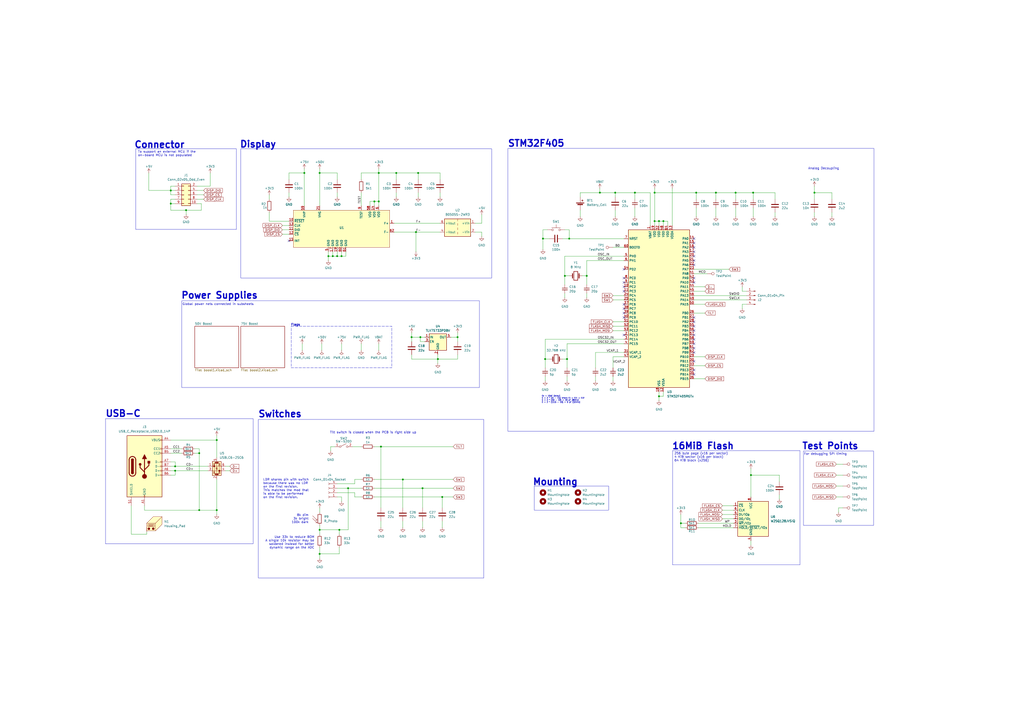
<source format=kicad_sch>
(kicad_sch (version 20250114) (generator "eeschema") (generator_version "9.0")
  (paper "A2")
  (title_block (title "GP1247AI Power Supply Board") (date "2026-02-13") (comment 2 "the display from an external MCU and 5V power supply") (comment 3 "MCU components can be left  unpopulated to drive"))
  (rectangle (start 61.214 242.824) (end 146.812 315.468))
  (rectangle (start 309.88 281.94) (end 353.06 295.91))
  (rectangle (start 294.64 86.106) (end 506.984 250.19))
  (rectangle (start 390.144 261.366) (end 464.058 327.66))
  (rectangle (start 78.74 86.36) (end 137.16 133.096))
  (rectangle (start 105.41 174.498) (end 278.13 224.79))
  (rectangle (start 466.09 261.62) (end 506.73 304.8))
  (rectangle (start 139.7 86.36) (end 285.242 161.29))
  (rectangle (start 149.86 243.332) (end 280.67 335.28))
  (rectangle (start 168.91 189.23) (end 227.33 213.36) (stroke (width 0) (type dash)))
  (text "Cs = 10pF (stray)\nC = 2 * (Cl - Cs) Where Cl = Cl1 = Cl2\nC = 2 * (20 - 10) = 20 pF (8MHz)\nC = 2 * (12.5 - 10) = 5 pF (32kHz)" (at 314.198 231.648 0) (effects (font (size 0.762 0.762)) (justify left)))
  (text "Mounting" (at 308.864 279.654 0) (effects (font (size 3.81 3.81) (thickness 0.762) (bold yes)) (justify left)))
  (text "LDR shares pin with switch\nbecause there was no LDR\non the first revision.\nThis matches the mod that\nis able to be performed\non the first revision." (at 152.654 283.464 0) (effects (font (size 1.27 1.27)) (justify left)))
  (text "Display\n" (at 138.938 83.82 0) (effects (font (size 3.81 3.81) (thickness 0.762) (bold yes)) (justify left)))
  (text "Tilt switch is closed when the PCB is right side up\n" (at 191.262 250.952 0) (effects (font (size 1.27 1.27) (thickness 0.1588)) (justify left)))
  (text "USB-C" (at 60.96 240.03 0) (effects (font (size 3.81 3.81) (thickness 0.762) (bold yes)) (justify left)))
  (text "For debugging SPI timing" (at 478.79 263.398 0) (effects (font (size 1.27 1.27))))
  (text "8k dim\n3k bright\n100k dark" (at 179.07 300.99 0) (effects (font (size 1.27 1.27)) (justify right)))
  (text "256 byte page (x16 per sector)\n4 KiB sector (x16 per block)\n64 KiB block (x256)\n" (at 391.16 265.176 0) (effects (font (size 1.27 1.27)) (justify left)))
  (text "Switches" (at 149.606 240.284 0) (effects (font (size 3.81 3.81) (thickness 0.762) (bold yes)) (justify left)))
  (text "Global power nets connected in subsheets" (at 126.492 176.53 0) (effects (font (size 1.27 1.27))))
  (text "To support an external MCU if the\non-board MCU is not populated" (at 80.01 89.154 0) (effects (font (size 1.27 1.27)) (justify left)))
  (text "Power Supplies" (at 104.902 171.45 0) (effects (font (size 3.81 3.81) (thickness 0.762) (bold yes)) (justify left)))
  (text "STM32F405" (at 294.386 83.312 0) (effects (font (size 3.81 3.81) (thickness 0.762) (bold yes)) (justify left)))
  (text "Connector" (at 77.724 84.074 0) (effects (font (size 3.81 3.81) (thickness 0.762) (bold yes)) (justify left)))
  (text "Use 33k to reduce BOM\nA single 10k resistor may be\nsoldered instead for better\ndynamic range on the ADC" (at 182.372 314.706 0) (effects (font (size 1.27 1.27)) (justify right)))
  (text "Flags" (at 171.45 188.468 0) (effects (font (size 1.27 1.27) (thickness 0.254) (bold yes))))
  (text "Test Points" (at 465.074 258.826 0) (effects (font (size 3.81 3.81) (thickness 0.762) (bold yes)) (justify left)))
  (text "16MiB Flash" (at 389.636 258.826 0) (effects (font (size 3.81 3.81) (thickness 0.762) (bold yes)) (justify left)))
  (text "Analog Decoupling" (at 477.774 97.79 0) (effects (font (size 1.27 1.27))))
  (junction (at 233.68 278.13))
  (junction (at 198.12 148.59))
  (junction (at 185.42 100.33))
  (junction (at 190.5 148.59))
  (junction (at 99.06 110.49))
  (junction (at 229.87 100.33))
  (junction (at 125.73 255.27))
  (junction (at 316.23 208.28))
  (junction (at 435.61 275.59))
  (junction (at 347.98 111.76))
  (junction (at 256.54 288.29))
  (junction (at 115.57 262.89))
  (junction (at 241.3 134.62))
  (junction (at 220.98 259.08))
  (junction (at 201.93 283.21))
  (junction (at 382.27 229.87))
  (junction (at 196.85 307.34))
  (junction (at 327.66 160.02))
  (junction (at 115.57 295.91))
  (junction (at 193.04 148.59))
  (junction (at 99.06 118.11))
  (junction (at 238.76 195.58))
  (junction (at 340.36 160.02))
  (junction (at 330.2 138.43))
  (junction (at 195.58 148.59))
  (junction (at 403.86 111.76))
  (junction (at 107.95 121.92))
  (junction (at 356.87 111.76))
  (junction (at 219.71 116.84))
  (junction (at 379.73 128.27))
  (junction (at 185.42 321.31))
  (junction (at 394.97 303.53))
  (junction (at 245.11 283.21))
  (junction (at 242.57 100.33))
  (junction (at 368.3 111.76))
  (junction (at 415.29 111.76))
  (junction (at 472.44 111.76))
  (junction (at 243.84 195.58))
  (junction (at 101.6 273.05))
  (junction (at 384.81 128.27))
  (junction (at 101.6 270.51))
  (junction (at 314.96 138.43))
  (junction (at 125.73 295.91))
  (junction (at 254 208.28))
  (junction (at 185.42 307.34))
  (junction (at 382.27 128.27))
  (junction (at 265.43 195.58))
  (junction (at 217.17 116.84))
  (junction (at 436.88 111.76))
  (junction (at 426.72 111.76))
  (junction (at 328.93 208.28))
  (junction (at 219.71 100.33))
  (junction (at 176.53 100.33))
  (junction (at 379.73 111.76))
  (no_connect (at 402.59 191.77))
  (no_connect (at 402.59 148.59))
  (no_connect (at 402.59 146.05))
  (no_connect (at 402.59 209.55))
  (no_connect (at 402.59 204.47))
  (no_connect (at 361.95 161.29))
  (no_connect (at 361.95 156.21))
  (no_connect (at 402.59 161.29))
  (no_connect (at 167.64 139.7))
  (no_connect (at 402.59 138.43))
  (no_connect (at 402.59 143.51))
  (no_connect (at 402.59 194.31))
  (no_connect (at 402.59 151.13))
  (no_connect (at 361.95 163.83))
  (no_connect (at 361.95 181.61))
  (no_connect (at 402.59 189.23))
  (no_connect (at 361.95 179.07))
  (no_connect (at 361.95 194.31))
  (no_connect (at 402.59 199.39))
  (no_connect (at 361.95 176.53))
  (no_connect (at 402.59 214.63))
  (no_connect (at 402.59 184.15))
  (no_connect (at 402.59 153.67))
  (no_connect (at 402.59 140.97))
  (no_connect (at 361.95 184.15))
  (no_connect (at 402.59 163.83))
  (no_connect (at 402.59 201.93))
  (no_connect (at 402.59 196.85))
  (no_connect (at 361.95 168.91))
  (no_connect (at 402.59 217.17))
  (no_connect (at 361.95 166.37))
  (no_connect (at 402.59 186.69))
  (wire (pts (xy 125.73 295.91) (xy 125.73 298.45)))
  (wire (pts (xy 436.88 115.57) (xy 436.88 111.76)))
  (wire (pts (xy 394.97 303.53) (xy 397.51 303.53)))
  (wire (pts (xy 397.51 306.07) (xy 394.97 306.07)))
  (wire (pts (xy 379.73 109.22) (xy 379.73 111.76)))
  (wire (pts (xy 185.42 97.79) (xy 185.42 100.33)))
  (wire (pts (xy 220.98 259.08) (xy 220.98 294.64)))
  (wire (pts (xy 384.81 128.27) (xy 384.81 130.81)))
  (wire (pts (xy 255.27 111.76) (xy 255.27 114.3)))
  (wire (pts (xy 209.55 199.39) (xy 209.55 203.2)))
  (wire (pts (xy 256.54 302.26) (xy 256.54 306.07)))
  (wire (pts (xy 176.53 97.79) (xy 176.53 100.33)))
  (wire (pts (xy 328.93 208.28) (xy 328.93 213.36)))
  (wire (pts (xy 384.81 128.27) (xy 387.35 128.27)))
  (wire (pts (xy 217.17 288.29) (xy 256.54 288.29)))
  (wire (pts (xy 327.66 133.35) (xy 330.2 133.35)))
  (wire (pts (xy 191.77 259.08) (xy 194.31 259.08)))
  (wire (pts (xy 238.76 193.04) (xy 238.76 195.58)))
  (wire (pts (xy 238.76 198.12) (xy 238.76 195.58)))
  (wire (pts (xy 185.42 307.34) (xy 196.85 307.34)))
  (wire (pts (xy 167.64 100.33) (xy 167.64 104.14)))
  (wire (pts (xy 114.3 107.95) (xy 121.92 107.95)))
  (wire (pts (xy 402.59 173.99) (xy 433.07 173.99)))
  (wire (pts (xy 101.6 115.57) (xy 99.06 115.57)))
  (wire (pts (xy 242.57 111.76) (xy 242.57 114.3)))
  (wire (pts (xy 245.11 283.21) (xy 262.89 283.21)))
  (wire (pts (xy 279.4 134.62) (xy 275.59 134.62)))
  (wire (pts (xy 186.69 199.39) (xy 186.69 203.2)))
  (wire (pts (xy 255.27 100.33) (xy 242.57 100.33)))
  (wire (pts (xy 85.09 309.88) (xy 76.2 309.88)))
  (wire (pts (xy 118.11 110.49) (xy 114.3 110.49)))
  (wire (pts (xy 265.43 198.12) (xy 265.43 195.58)))
  (wire (pts (xy 185.42 100.33) (xy 185.42 119.38)))
  (wire (pts (xy 389.89 109.22) (xy 389.89 130.81)))
  (wire (pts (xy 219.71 116.84) (xy 217.17 116.84)))
  (wire (pts (xy 355.6 213.36) (xy 355.6 207.01)))
  (wire (pts (xy 336.55 114.3) (xy 336.55 111.76)))
  (wire (pts (xy 86.36 100.33) (xy 86.36 110.49)))
  (wire (pts (xy 163.83 130.81) (xy 167.64 130.81)))
  (wire (pts (xy 205.74 285.75) (xy 205.74 288.29)))
  (wire (pts (xy 436.88 120.65) (xy 436.88 125.73)))
  (wire (pts (xy 435.61 275.59) (xy 435.61 288.29)))
  (wire (pts (xy 201.93 283.21) (xy 209.55 283.21)))
  (wire (pts (xy 340.36 160.02) (xy 340.36 165.1)))
  (wire (pts (xy 328.93 199.39) (xy 361.95 199.39)))
  (wire (pts (xy 219.71 100.33) (xy 229.87 100.33)))
  (wire (pts (xy 175.26 199.39) (xy 175.26 203.2)))
  (wire (pts (xy 265.43 195.58) (xy 261.62 195.58)))
  (wire (pts (xy 379.73 128.27) (xy 379.73 111.76)))
  (wire (pts (xy 327.66 160.02) (xy 327.66 165.1)))
  (wire (pts (xy 125.73 278.13) (xy 125.73 295.91)))
  (wire (pts (xy 99.06 115.57) (xy 99.06 118.11)))
  (wire (pts (xy 345.44 204.47) (xy 345.44 213.36)))
  (wire (pts (xy 125.73 265.43) (xy 125.73 255.27)))
  (wire (pts (xy 185.42 321.31) (xy 185.42 323.85)))
  (wire (pts (xy 115.57 295.91) (xy 125.73 295.91)))
  (wire (pts (xy 118.11 115.57) (xy 114.3 115.57)))
  (wire (pts (xy 185.42 100.33) (xy 195.58 100.33)))
  (wire (pts (xy 233.68 278.13) (xy 262.89 278.13)))
  (wire (pts (xy 204.47 259.08) (xy 209.55 259.08)))
  (wire (pts (xy 196.85 321.31) (xy 196.85 317.5)))
  (wire (pts (xy 415.29 111.76) (xy 426.72 111.76)))
  (wire (pts (xy 229.87 111.76) (xy 229.87 114.3)))
  (wire (pts (xy 328.93 208.28) (xy 328.93 199.39)))
  (wire (pts (xy 482.6 111.76) (xy 482.6 115.57)))
  (wire (pts (xy 185.42 307.34) (xy 185.42 309.88)))
  (wire (pts (xy 316.23 196.85) (xy 316.23 208.28)))
  (wire (pts (xy 243.84 198.12) (xy 246.38 198.12)))
  (wire (pts (xy 254 205.74) (xy 254 208.28)))
  (wire (pts (xy 163.83 135.89) (xy 167.64 135.89)))
  (wire (pts (xy 195.58 111.76) (xy 195.58 114.3)))
  (wire (pts (xy 241.3 134.62) (xy 255.27 134.62)))
  (wire (pts (xy 238.76 208.28) (xy 254 208.28)))
  (wire (pts (xy 198.12 199.39) (xy 198.12 203.2)))
  (wire (pts (xy 200.66 146.05) (xy 200.66 148.59)))
  (wire (pts (xy 355.6 191.77) (xy 361.95 191.77)))
  (wire (pts (xy 246.38 195.58) (xy 243.84 195.58)))
  (wire (pts (xy 402.59 158.75) (xy 410.21 158.75)))
  (wire (pts (xy 355.6 218.44) (xy 355.6 220.98)))
  (wire (pts (xy 336.55 121.92) (xy 336.55 125.73)))
  (wire (pts (xy 238.76 195.58) (xy 243.84 195.58)))
  (wire (pts (xy 361.95 204.47) (xy 345.44 204.47)))
  (wire (pts (xy 368.3 120.65) (xy 368.3 125.73)))
  (wire (pts (xy 195.58 280.67) (xy 205.74 280.67)))
  (wire (pts (xy 472.44 115.57) (xy 472.44 111.76)))
  (wire (pts (xy 85.09 309.88) (xy 85.09 308.61)))
  (wire (pts (xy 185.42 321.31) (xy 196.85 321.31)))
  (wire (pts (xy 190.5 146.05) (xy 190.5 148.59)))
  (wire (pts (xy 340.36 170.18) (xy 340.36 172.72)))
  (wire (pts (xy 220.98 302.26) (xy 220.98 306.07)))
  (wire (pts (xy 355.6 173.99) (xy 361.95 173.99)))
  (wire (pts (xy 99.06 110.49) (xy 101.6 110.49)))
  (wire (pts (xy 205.74 288.29) (xy 209.55 288.29)))
  (wire (pts (xy 156.21 113.03) (xy 156.21 115.57)))
  (wire (pts (xy 201.93 307.34) (xy 201.93 283.21)))
  (wire (pts (xy 163.83 133.35) (xy 167.64 133.35)))
  (wire (pts (xy 426.72 111.76) (xy 436.88 111.76)))
  (wire (pts (xy 356.87 121.92) (xy 356.87 125.73)))
  (wire (pts (xy 408.94 166.37) (xy 402.59 166.37)))
  (wire (pts (xy 115.57 262.89) (xy 115.57 295.91)))
  (wire (pts (xy 205.74 278.13) (xy 209.55 278.13)))
  (wire (pts (xy 316.23 218.44) (xy 316.23 220.98)))
  (wire (pts (xy 196.85 307.34) (xy 201.93 307.34)))
  (wire (pts (xy 118.11 113.03) (xy 114.3 113.03)))
  (wire (pts (xy 340.36 160.02) (xy 340.36 151.13)))
  (wire (pts (xy 113.03 260.35) (xy 115.57 260.35)))
  (wire (pts (xy 449.58 111.76) (xy 449.58 115.57)))
  (wire (pts (xy 485.14 288.29) (xy 488.95 288.29)))
  (wire (pts (xy 426.72 115.57) (xy 426.72 111.76)))
  (wire (pts (xy 195.58 146.05) (xy 195.58 148.59)))
  (wire (pts (xy 185.42 294.64) (xy 185.42 297.18)))
  (wire (pts (xy 209.55 100.33) (xy 209.55 104.14)))
  (wire (pts (xy 219.71 100.33) (xy 219.71 116.84)))
  (wire (pts (xy 156.21 123.19) (xy 156.21 128.27)))
  (wire (pts (xy 314.96 133.35) (xy 317.5 133.35)))
  (wire (pts (xy 326.39 208.28) (xy 328.93 208.28)))
  (wire (pts (xy 121.92 100.33) (xy 121.92 107.95)))
  (wire (pts (xy 403.86 111.76) (xy 415.29 111.76)))
  (wire (pts (xy 382.27 128.27) (xy 384.81 128.27)))
  (wire (pts (xy 355.6 143.51) (xy 361.95 143.51)))
  (wire (pts (xy 377.19 111.76) (xy 377.19 130.81)))
  (wire (pts (xy 198.12 288.29) (xy 198.12 290.83)))
  (wire (pts (xy 330.2 138.43) (xy 326.39 138.43)))
  (wire (pts (xy 99.06 107.95) (xy 101.6 107.95)))
  (wire (pts (xy 382.27 229.87) (xy 382.27 232.41)))
  (wire (pts (xy 185.42 317.5) (xy 185.42 321.31)))
  (wire (pts (xy 355.6 186.69) (xy 361.95 186.69)))
  (wire (pts (xy 265.43 193.04) (xy 265.43 195.58)))
  (wire (pts (xy 356.87 111.76) (xy 368.3 111.76)))
  (wire (pts (xy 107.95 121.92) (xy 116.84 121.92)))
  (wire (pts (xy 185.42 304.8) (xy 185.42 307.34)))
  (wire (pts (xy 195.58 148.59) (xy 198.12 148.59)))
  (wire (pts (xy 408.94 219.71) (xy 402.59 219.71)))
  (wire (pts (xy 485.14 269.24) (xy 488.95 269.24)))
  (wire (pts (xy 176.53 100.33) (xy 167.64 100.33)))
  (wire (pts (xy 435.61 313.69) (xy 435.61 316.23)))
  (wire (pts (xy 314.96 138.43) (xy 314.96 133.35)))
  (wire (pts (xy 384.81 229.87) (xy 384.81 227.33)))
  (wire (pts (xy 214.63 116.84) (xy 214.63 119.38)))
  (wire (pts (xy 472.44 107.95) (xy 472.44 111.76)))
  (wire (pts (xy 486.41 297.18) (xy 486.41 294.64)))
  (wire (pts (xy 125.73 252.73) (xy 125.73 255.27)))
  (wire (pts (xy 426.72 120.65) (xy 426.72 125.73)))
  (wire (pts (xy 176.53 100.33) (xy 176.53 119.38)))
  (wire (pts (xy 368.3 111.76) (xy 368.3 115.57)))
  (wire (pts (xy 219.71 100.33) (xy 209.55 100.33)))
  (wire (pts (xy 193.04 146.05) (xy 193.04 148.59)))
  (wire (pts (xy 316.23 208.28) (xy 318.77 208.28)))
  (wire (pts (xy 198.12 146.05) (xy 198.12 148.59)))
  (wire (pts (xy 361.95 148.59) (xy 327.66 148.59)))
  (wire (pts (xy 279.4 129.54) (xy 275.59 129.54)))
  (wire (pts (xy 435.61 275.59) (xy 452.12 275.59)))
  (wire (pts (xy 430.53 168.91) (xy 433.07 168.91)))
  (wire (pts (xy 403.86 111.76) (xy 403.86 115.57)))
  (wire (pts (xy 116.84 121.92) (xy 116.84 118.11)))
  (wire (pts (xy 254 208.28) (xy 265.43 208.28)))
  (wire (pts (xy 430.53 179.07) (xy 430.53 176.53)))
  (wire (pts (xy 327.66 148.59) (xy 327.66 160.02)))
  (wire (pts (xy 408.94 181.61) (xy 402.59 181.61)))
  (wire (pts (xy 83.82 295.91) (xy 83.82 293.37)))
  (wire (pts (xy 99.06 260.35) (xy 105.41 260.35)))
  (wire (pts (xy 193.04 148.59) (xy 195.58 148.59)))
  (wire (pts (xy 379.73 130.81) (xy 379.73 128.27)))
  (wire (pts (xy 435.61 271.78) (xy 435.61 275.59)))
  (wire (pts (xy 219.71 119.38) (xy 219.71 116.84)))
  (wire (pts (xy 330.2 133.35) (xy 330.2 138.43)))
  (wire (pts (xy 452.12 287.02) (xy 452.12 289.56)))
  (wire (pts (xy 394.97 298.45) (xy 394.97 303.53)))
  (wire (pts (xy 167.64 128.27) (xy 156.21 128.27)))
  (wire (pts (xy 245.11 283.21) (xy 245.11 294.64)))
  (wire (pts (xy 347.98 109.22) (xy 347.98 111.76)))
  (wire (pts (xy 229.87 100.33) (xy 229.87 104.14)))
  (wire (pts (xy 318.77 138.43) (xy 314.96 138.43)))
  (wire (pts (xy 419.1 295.91) (xy 425.45 295.91)))
  (wire (pts (xy 472.44 111.76) (xy 482.6 111.76)))
  (wire (pts (xy 361.95 196.85) (xy 316.23 196.85)))
  (wire (pts (xy 279.4 124.46) (xy 279.4 129.54)))
  (wire (pts (xy 233.68 278.13) (xy 233.68 294.64)))
  (wire (pts (xy 408.94 168.91) (xy 402.59 168.91)))
  (wire (pts (xy 256.54 288.29) (xy 262.89 288.29)))
  (wire (pts (xy 116.84 118.11) (xy 114.3 118.11)))
  (wire (pts (xy 382.27 128.27) (xy 382.27 130.81)))
  (wire (pts (xy 99.06 262.89) (xy 105.41 262.89)))
  (wire (pts (xy 265.43 208.28) (xy 265.43 205.74)))
  (wire (pts (xy 219.71 199.39) (xy 219.71 203.2)))
  (wire (pts (xy 347.98 111.76) (xy 356.87 111.76)))
  (wire (pts (xy 191.77 259.08) (xy 191.77 261.62)))
  (wire (pts (xy 217.17 278.13) (xy 233.68 278.13)))
  (wire (pts (xy 133.35 270.51) (xy 130.81 270.51)))
  (wire (pts (xy 238.76 205.74) (xy 238.76 208.28)))
  (wire (pts (xy 101.6 113.03) (xy 99.06 113.03)))
  (wire (pts (xy 430.53 166.37) (xy 430.53 168.91)))
  (wire (pts (xy 101.6 270.51) (xy 101.6 267.97)))
  (wire (pts (xy 327.66 160.02) (xy 330.2 160.02)))
  (wire (pts (xy 228.6 129.54) (xy 255.27 129.54)))
  (wire (pts (xy 133.35 273.05) (xy 130.81 273.05)))
  (wire (pts (xy 382.27 227.33) (xy 382.27 229.87)))
  (wire (pts (xy 99.06 267.97) (xy 101.6 267.97)))
  (wire (pts (xy 241.3 134.62) (xy 241.3 146.05)))
  (wire (pts (xy 101.6 270.51) (xy 120.65 270.51)))
  (wire (pts (xy 83.82 295.91) (xy 115.57 295.91)))
  (wire (pts (xy 345.44 218.44) (xy 345.44 220.98)))
  (wire (pts (xy 217.17 116.84) (xy 214.63 116.84)))
  (wire (pts (xy 198.12 288.29) (xy 195.58 288.29)))
  (wire (pts (xy 195.58 285.75) (xy 205.74 285.75)))
  (wire (pts (xy 408.94 212.09) (xy 402.59 212.09)))
  (wire (pts (xy 229.87 100.33) (xy 242.57 100.33)))
  (wire (pts (xy 99.06 110.49) (xy 99.06 107.95)))
  (wire (pts (xy 76.2 309.88) (xy 76.2 293.37)))
  (wire (pts (xy 355.6 207.01) (xy 361.95 207.01)))
  (wire (pts (xy 415.29 115.57) (xy 415.29 111.76)))
  (wire (pts (xy 402.59 171.45) (xy 433.07 171.45)))
  (wire (pts (xy 107.95 121.92) (xy 107.95 124.46)))
  (wire (pts (xy 485.14 281.94) (xy 488.95 281.94)))
  (wire (pts (xy 99.06 113.03) (xy 99.06 110.49)))
  (wire (pts (xy 330.2 138.43) (xy 361.95 138.43)))
  (wire (pts (xy 355.6 171.45) (xy 361.95 171.45)))
  (wire (pts (xy 356.87 111.76) (xy 356.87 114.3)))
  (wire (pts (xy 394.97 306.07) (xy 394.97 303.53)))
  (wire (pts (xy 336.55 111.76) (xy 347.98 111.76)))
  (wire (pts (xy 195.58 100.33) (xy 195.58 104.14)))
  (wire (pts (xy 256.54 288.29) (xy 256.54 294.64)))
  (wire (pts (xy 419.1 293.37) (xy 425.45 293.37)))
  (wire (pts (xy 402.59 176.53) (xy 408.94 176.53)))
  (wire (pts (xy 99.06 270.51) (xy 101.6 270.51)))
  (wire (pts (xy 368.3 111.76) (xy 377.19 111.76)))
  (wire (pts (xy 245.11 302.26) (xy 245.11 306.07)))
  (wire (pts (xy 328.93 218.44) (xy 328.93 220.98)))
  (wire (pts (xy 228.6 134.62) (xy 241.3 134.62)))
  (wire (pts (xy 219.71 97.79) (xy 219.71 100.33)))
  (wire (pts (xy 379.73 128.27) (xy 382.27 128.27)))
  (wire (pts (xy 337.82 160.02) (xy 340.36 160.02)))
  (wire (pts (xy 190.5 148.59) (xy 190.5 151.13)))
  (wire (pts (xy 482.6 123.19) (xy 482.6 125.73)))
  (wire (pts (xy 115.57 262.89) (xy 113.03 262.89)))
  (wire (pts (xy 243.84 195.58) (xy 243.84 198.12)))
  (wire (pts (xy 316.23 208.28) (xy 316.23 213.36)))
  (wire (pts (xy 405.13 306.07) (xy 425.45 306.07)))
  (wire (pts (xy 472.44 123.19) (xy 472.44 125.73)))
  (wire (pts (xy 101.6 118.11) (xy 99.06 118.11)))
  (wire (pts (xy 254 208.28) (xy 254 210.82)))
  (wire (pts (xy 217.17 116.84) (xy 217.17 119.38)))
  (wire (pts (xy 485.14 275.59) (xy 488.95 275.59)))
  (wire (pts (xy 220.98 259.08) (xy 262.89 259.08)))
  (wire (pts (xy 408.94 207.01) (xy 402.59 207.01)))
  (wire (pts (xy 314.96 138.43) (xy 314.96 144.78)))
  (wire (pts (xy 99.06 121.92) (xy 107.95 121.92)))
  (wire (pts (xy 415.29 120.65) (xy 415.29 125.73)))
  (wire (pts (xy 101.6 273.05) (xy 120.65 273.05)))
  (wire (pts (xy 167.64 111.76) (xy 167.64 114.3)))
  (wire (pts (xy 387.35 128.27) (xy 387.35 130.81)))
  (wire (pts (xy 233.68 302.26) (xy 233.68 306.07)))
  (wire (pts (xy 355.6 189.23) (xy 361.95 189.23)))
  (wire (pts (xy 340.36 151.13) (xy 361.95 151.13)))
  (wire (pts (xy 402.59 156.21) (xy 422.91 156.21)))
  (wire (pts (xy 255.27 104.14) (xy 255.27 100.33)))
  (wire (pts (xy 217.17 283.21) (xy 245.11 283.21)))
  (wire (pts (xy 196.85 307.34) (xy 196.85 309.88)))
  (wire (pts (xy 419.1 300.99) (xy 425.45 300.99)))
  (wire (pts (xy 430.53 176.53) (xy 433.07 176.53)))
  (wire (pts (xy 327.66 170.18) (xy 327.66 172.72)))
  (wire (pts (xy 99.06 118.11) (xy 99.06 121.92)))
  (wire (pts (xy 279.4 137.16) (xy 279.4 134.62)))
  (wire (pts (xy 190.5 148.59) (xy 193.04 148.59)))
  (wire (pts (xy 198.12 148.59) (xy 200.66 148.59)))
  (wire (pts (xy 419.1 298.45) (xy 425.45 298.45)))
  (wire (pts (xy 452.12 279.4) (xy 452.12 275.59)))
  (wire (pts (xy 101.6 275.59) (xy 101.6 273.05)))
  (wire (pts (xy 242.57 104.14) (xy 242.57 100.33)))
  (wire (pts (xy 99.06 273.05) (xy 101.6 273.05)))
  (wire (pts (xy 436.88 111.76) (xy 449.58 111.76)))
  (wire (pts (xy 486.41 294.64) (xy 488.95 294.64)))
  (wire (pts (xy 403.86 120.65) (xy 403.86 125.73)))
  (wire (pts (xy 405.13 303.53) (xy 425.45 303.53)))
  (wire (pts (xy 382.27 229.87) (xy 384.81 229.87)))
  (wire (pts (xy 209.55 111.76) (xy 209.55 119.38)))
  (wire (pts (xy 379.73 111.76) (xy 403.86 111.76)))
  (wire (pts (xy 205.74 280.67) (xy 205.74 278.13)))
  (wire (pts (xy 99.06 255.27) (xy 125.73 255.27)))
  (wire (pts (xy 217.17 259.08) (xy 220.98 259.08)))
  (wire (pts (xy 449.58 123.19) (xy 449.58 125.73)))
  (wire (pts (xy 195.58 283.21) (xy 201.93 283.21)))
  (wire (pts (xy 86.36 110.49) (xy 99.06 110.49)))
  (wire (pts (xy 115.57 260.35) (xy 115.57 262.89)))
  (wire (pts (xy 99.06 275.59) (xy 101.6 275.59)))
  (label "VCAP_2" (at 355.6 210.82 0))
  (label "CD-" (at 107.95 270.51 0))
  (label "CD+" (at 107.95 273.05 0))
  (label "F-" (at 241.3 134.62 0))
  (label "SWDIO" (at 422.91 171.45 0))
  (label "VCAP_1" (at 351.79 204.47 0))
  (label "OSC_OUT" (at 346.71 151.13 0))
  (label "F+" (at 241.3 129.54 0))
  (label "OSC_IN" (at 346.71 148.59 0))
  (label "OSC32_OUT" (at 346.71 199.39 0))
  (label "OSC32_IN" (at 346.71 196.85 0))
  (label "WP" (at 420.37 303.53 0))
  (label "CC1" (at 100.33 260.35 0))
  (label "B0" (at 356.87 143.51 0))
  (label "SWCLK" (at 422.91 173.99 0))
  (label "TEST" (at 209.55 118.11 90))
  (label "CC2" (at 100.33 262.89 0))
  (label "MCO" (at 405.13 158.75 0))
  (label "HOLD" (at 419.1 306.07 0))
  (global_label "FLASH_CS" (shape input) (at 408.94 176.53 0) (property "Intersheetrefs" "${INTERSHEET_REFS}" (effects (hide yes))))
  (global_label "SW2" (shape input) (at 355.6 171.45 180) (property "Intersheetrefs" "${INTERSHEET_REFS}" (effects (hide yes))))
  (global_label "DISP_CLK" (shape input) (at 163.83 130.81 180) (property "Intersheetrefs" "${INTERSHEET_REFS}" (effects (hide yes))))
  (global_label "FLASH_CS" (shape input) (at 419.1 293.37 180) (property "Intersheetrefs" "${INTERSHEET_REFS}" (effects (hide yes))))
  (global_label "FLASH_MOSI" (shape input) (at 419.1 298.45 180) (property "Intersheetrefs" "${INTERSHEET_REFS}" (effects (hide yes))))
  (global_label "FLASH_MISO" (shape input) (at 355.6 189.23 180) (property "Intersheetrefs" "${INTERSHEET_REFS}" (effects (hide yes))))
  (global_label "TILT" (shape input) (at 408.94 181.61 0) (property "Intersheetrefs" "${INTERSHEET_REFS}" (effects (hide yes))))
  (global_label "D-" (shape input) (at 133.35 270.51 0) (property "Intersheetrefs" "${INTERSHEET_REFS}" (effects (hide yes))))
  (global_label "SW1" (shape input) (at 262.89 278.13 0) (property "Intersheetrefs" "${INTERSHEET_REFS}" (effects (hide yes))))
  (global_label "SW2" (shape input) (at 262.89 283.21 0) (property "Intersheetrefs" "${INTERSHEET_REFS}" (effects (hide yes))))
  (global_label "D+" (shape input) (at 133.35 273.05 0) (property "Intersheetrefs" "${INTERSHEET_REFS}" (effects (hide yes))))
  (global_label "FLASH_MOSI" (shape input) (at 485.14 281.94 180) (property "Intersheetrefs" "${INTERSHEET_REFS}" (effects (hide yes))))
  (global_label "D-" (shape input) (at 408.94 166.37 0) (property "Intersheetrefs" "${INTERSHEET_REFS}" (effects (hide yes))))
  (global_label "SW3" (shape input) (at 422.91 156.21 0) (property "Intersheetrefs" "${INTERSHEET_REFS}" (effects (hide yes))))
  (global_label "DISP_DIO" (shape input) (at 163.83 133.35 180) (property "Intersheetrefs" "${INTERSHEET_REFS}" (effects (hide yes))))
  (global_label "FLASH_CLK" (shape input) (at 419.1 295.91 180) (property "Intersheetrefs" "${INTERSHEET_REFS}" (effects (hide yes))))
  (global_label "DISP_DIO" (shape input) (at 118.11 110.49 0) (property "Intersheetrefs" "${INTERSHEET_REFS}" (effects (hide yes))))
  (global_label "FLASH_MISO" (shape input) (at 485.14 288.29 180) (property "Intersheetrefs" "${INTERSHEET_REFS}" (effects (hide yes))))
  (global_label "FLASH_MOSI" (shape input) (at 355.6 191.77 180) (property "Intersheetrefs" "${INTERSHEET_REFS}" (effects (hide yes))))
  (global_label "DISP_DIO" (shape input) (at 408.94 219.71 0) (property "Intersheetrefs" "${INTERSHEET_REFS}" (effects (hide yes))))
  (global_label "DISP_CLK" (shape input) (at 118.11 115.57 0) (property "Intersheetrefs" "${INTERSHEET_REFS}" (effects (hide yes))))
  (global_label "FLASH_CS" (shape input) (at 485.14 269.24 180) (property "Intersheetrefs" "${INTERSHEET_REFS}" (effects (hide yes))))
  (global_label "TILT" (shape input) (at 262.89 259.08 0) (property "Intersheetrefs" "${INTERSHEET_REFS}" (effects (hide yes))))
  (global_label "DISP_CS" (shape input) (at 118.11 113.03 0) (property "Intersheetrefs" "${INTERSHEET_REFS}" (effects (hide yes))))
  (global_label "FLASH_CLK" (shape input) (at 485.14 275.59 180) (property "Intersheetrefs" "${INTERSHEET_REFS}" (effects (hide yes))))
  (global_label "SW1" (shape input) (at 355.6 173.99 180) (property "Intersheetrefs" "${INTERSHEET_REFS}" (effects (hide yes))))
  (global_label "DISP_CS" (shape input) (at 408.94 212.09 0) (property "Intersheetrefs" "${INTERSHEET_REFS}" (effects (hide yes))))
  (global_label "DISP_CS" (shape input) (at 163.83 135.89 180) (property "Intersheetrefs" "${INTERSHEET_REFS}" (effects (hide yes))))
  (global_label "SW3" (shape input) (at 262.89 288.29 0) (property "Intersheetrefs" "${INTERSHEET_REFS}" (effects (hide yes))))
  (global_label "FLASH_MISO" (shape input) (at 419.1 300.99 180) (property "Intersheetrefs" "${INTERSHEET_REFS}" (effects (hide yes))))
  (global_label "FLASH_CLK" (shape input) (at 355.6 186.69 180) (property "Intersheetrefs" "${INTERSHEET_REFS}" (effects (hide yes))))
  (global_label "DISP_CLK" (shape input) (at 408.94 207.01 0) (property "Intersheetrefs" "${INTERSHEET_REFS}" (effects (hide yes))))
  (global_label "D+" (shape input) (at 408.94 168.91 0) (property "Intersheetrefs" "${INTERSHEET_REFS}" (effects (hide yes))))
  (symbol (lib_id "power:GND") (at 482.6 125.73 0) (mirror y) (unit 1)
    (property "Reference" "#PWR027" (effects (hide yes)))
    (property "Value" "GND" (at 482.6 130.048 0))
    (property "Description" "Power symbol creates a global label with name \"GND\" , ground" (effects (hide yes)))
  )
  (symbol (lib_id "Device:C") (at 242.57 107.95 0) (mirror y) (unit 1)
    (property "Reference" "C4" (at 239.522 106.68 0) (effects (justify left)))
    (property "Value" "100n" (at 239.522 109.22 0) (effects (justify left)))
    (property "Footprint" "Capacitor_SMD:C_0603_1608Metric" (effects (hide yes)))
    (property "Datasheet" "https://www.lcsc.com/datasheet/C15725.pdf" (effects (hide yes)))
    (property "Description" "Unpolarized capacitor" (effects (hide yes)))
    (property "LCSC PART #" "C15725" (effects (hide yes)))
  )
  (symbol (lib_id "Connector:TestPoint") (at 488.95 269.24 270) (unit 1)
    (property "Reference" "TP3" (at 494.03 267.9699 90) (effects (justify left)))
    (property "Value" "TestPoint" (at 494.03 270.5099 90) (effects (justify left)))
    (property "Footprint" "CustomFootprints:TestPoint_Keystone_5019_Miniature" (effects (hide yes)))
    (property "Datasheet" "https://www.lcsc.com/datasheet/C5199800.pdf" (effects (hide yes)))
    (property "Description" "test point" (effects (hide yes)))
    (property "LCSC PART #" "C5199800" (effects (hide yes)))
  )
  (symbol (lib_id "Device:C_Small") (at 426.72 118.11 0) (unit 1)
    (property "Reference" "C10" (at 429.26 116.8462 0) (effects (justify left)))
    (property "Value" "100n" (at 429.26 119.3862 0) (effects (justify left)))
    (property "Footprint" "Capacitor_SMD:C_0603_1608Metric" (effects (hide yes)))
    (property "Datasheet" "https://www.lcsc.com/datasheet/C15725.pdf" (effects (hide yes)))
    (property "Description" "Unpolarized capacitor, small symbol" (effects (hide yes)))
    (property "LCSC PART #" "C15725" (effects (hide yes)))
  )
  (symbol (lib_id "Connector:Conn_01x04_Pin") (at 438.15 171.45 0) (mirror y) (unit 1)
    (property "Reference" "J2" (at 439.42 173.9901 0) (effects (justify right)))
    (property "Value" "Conn_01x04_Pin" (at 439.42 171.4501 0) (effects (justify right)))
    (property "Footprint" "Connector_PinHeader_2.54mm:PinHeader_1x04_P2.54mm_Vertical" (effects (hide yes)))
    (property "Description" "Generic connector, single row, 01x04, script generated" (effects (hide yes)))
  )
  (symbol (lib_id "power:GND") (at 255.27 114.3 0) (mirror y) (unit 1)
    (property "Reference" "#PWR015" (effects (hide yes)))
    (property "Value" "GND" (at 255.27 118.618 0))
    (property "Description" "Power symbol creates a global label with name \"GND\" , ground" (effects (hide yes)))
  )
  (symbol (lib_id "power:GND") (at 185.42 323.85 0) (unit 1)
    (property "Reference" "#PWR063" (effects (hide yes)))
    (property "Value" "GND" (at 185.42 328.93 0))
    (property "Description" "Power symbol creates a global label with name \"GND\" , ground" (effects (hide yes)))
  )
  (symbol (lib_id "power:VDC") (at 185.42 97.79 0) (unit 1)
    (property "Reference" "#PWR02" (effects (hide yes)))
    (property "Value" "+50V" (at 185.42 93.98 0))
    (property "Description" "Power symbol creates a global label with name \"VDC\"" (effects (hide yes)))
  )
  (symbol (lib_id "power:GND") (at 191.77 261.62 0) (unit 1)
    (property "Reference" "#PWR050" (effects (hide yes)))
    (property "Value" "GND" (at 191.77 266.7 0))
    (property "Description" "Power symbol creates a global label with name \"GND\" , ground" (effects (hide yes)))
  )
  (symbol (lib_id "power:GND") (at 355.6 220.98 0) (unit 1)
    (property "Reference" "#PWR047" (effects (hide yes)))
    (property "Value" "GND" (at 355.6 226.06 0))
    (property "Description" "Power symbol creates a global label with name \"GND\" , ground" (effects (hide yes)))
  )
  (symbol (lib_id "power:GND") (at 345.44 220.98 0) (unit 1)
    (property "Reference" "#PWR046" (effects (hide yes)))
    (property "Value" "GND" (at 345.44 226.06 0))
    (property "Description" "Power symbol creates a global label with name \"GND\" , ground" (effects (hide yes)))
  )
  (symbol (lib_id "Connector:Conn_01x04_Socket") (at 190.5 285.75 180) (unit 1)
    (property "Reference" "J4" (at 191.135 275.59 0))
    (property "Value" "Conn_01x04_Socket" (at 191.135 278.13 0))
    (property "Footprint" "Connector_PinSocket_2.54mm:PinSocket_1x04_P2.54mm_Horizontal" (effects (hide yes)))
    (property "Datasheet" "https://www.lcsc.com/datasheet/C2897386.pdf" (effects (hide yes)))
    (property "Description" "Generic connector, single row, 01x04, script generated" (effects (hide yes)))
    (property "LCSC PART #" "C2897386" (effects (hide yes)))
  )
  (symbol (lib_id "power:GND") (at 430.53 179.07 0) (unit 1)
    (property "Reference" "#PWR035" (effects (hide yes)))
    (property "Value" "GND" (at 430.53 184.15 0))
    (property "Description" "Power symbol creates a global label with name \"GND\" , ground" (effects (hide yes)))
  )
  (symbol (lib_id "Switch:SW_SPST") (at 199.39 259.08 0) (unit 1)
    (property "Reference" "SW2" (at 199.39 254.254 0))
    (property "Value" "SW-520D" (at 199.39 256.032 0))
    (property "Footprint" "CustomFootprints:SW-520D" (effects (hide yes)))
    (property "Datasheet" "https://www.lcsc.com/datasheet/C2905288.pdf" (effects (hide yes)))
    (property "Description" "Single Pole Single Throw (SPST) switch" (effects (hide yes)))
    (property "LCSC PART #" "C2905288" (effects (hide yes)))
  )
  (symbol (lib_id "power:+5V") (at 279.4 124.46 0) (mirror y) (unit 1)
    (property "Reference" "#PWR017" (effects (hide yes)))
    (property "Value" "+5V" (at 279.4 120.65 0))
    (property "Description" "Power symbol creates a global label with name \"+5V\"" (effects (hide yes)))
  )
  (symbol (lib_id "Device:Crystal") (at 334.01 160.02 180) (unit 1)
    (property "Reference" "Y1" (at 334.01 152.4 0))
    (property "Value" "8 MHz" (at 334.01 154.94 0))
    (property "Footprint" "Crystal:Crystal_SMD_5032-2Pin_5.0x3.2mm" (effects (hide yes)))
    (property "Datasheet" "https://www.lcsc.com/datasheet/C46613796.pdf" (effects (hide yes)))
    (property "Description" "Two pin crystal CL = 20pF" (effects (hide yes)))
    (property "LCSC PART #" "C46613796" (effects (hide yes)))
  )
  (symbol (lib_id "power:+5V") (at 175.26 199.39 0) (unit 1)
    (property "Reference" "#PWR038" (effects (hide yes)))
    (property "Value" "+5V" (at 175.26 195.58 0))
    (property "Description" "Power symbol creates a global label with name \"+5V\"" (effects (hide yes)))
  )
  (symbol (lib_id "Connector:TestPoint") (at 488.95 288.29 270) (unit 1)
    (property "Reference" "TP6" (at 494.03 287.0199 90) (effects (justify left)))
    (property "Value" "TestPoint" (at 494.03 289.5599 90) (effects (justify left)))
    (property "Footprint" "CustomFootprints:TestPoint_Keystone_5019_Miniature" (effects (hide yes)))
    (property "Datasheet" "https://www.lcsc.com/datasheet/C5199800.pdf" (effects (hide yes)))
    (property "Description" "test point" (effects (hide yes)))
    (property "LCSC PART #" "C5199800" (effects (hide yes)))
  )
  (symbol (lib_id "Device:R") (at 196.85 313.69 0) (unit 1)
    (property "Reference" "R13" (at 199.39 312.4199 0) (effects (justify left)))
    (property "Value" "33k" (at 199.39 314.9599 0) (effects (justify left)))
    (property "Footprint" "Resistor_SMD:R_0603_1608Metric" (effects (hide yes)))
    (property "Datasheet" "https://www.lcsc.com/datasheet/C2907028.pdf" (effects (hide yes)))
    (property "Description" "Resistor" (effects (hide yes)))
    (property "LCSC PART #" "C2907028" (effects (hide yes)))
  )
  (symbol (lib_id "Device:C_Small") (at 436.88 118.11 0) (unit 1)
    (property "Reference" "C11" (at 439.42 116.8462 0) (effects (justify left)))
    (property "Value" "100n" (at 439.42 119.3862 0) (effects (justify left)))
    (property "Footprint" "Capacitor_SMD:C_0603_1608Metric" (effects (hide yes)))
    (property "Datasheet" "https://www.lcsc.com/datasheet/C15725.pdf" (effects (hide yes)))
    (property "Description" "Unpolarized capacitor, small symbol" (effects (hide yes)))
    (property "LCSC PART #" "C15725" (effects (hide yes)))
  )
  (symbol (lib_id "power:+3V3") (at 472.44 107.95 0) (mirror y) (unit 1)
    (property "Reference" "#PWR06" (effects (hide yes)))
    (property "Value" "+3V3" (at 472.44 104.14 0))
    (property "Description" "Power symbol creates a global label with name \"+3V3\"" (effects (hide yes)))
  )
  (symbol (lib_id "Device:R") (at 213.36 283.21 90) (unit 1)
    (property "Reference" "R7" (at 213.36 280.924 90))
    (property "Value" "1k" (at 213.36 283.21 90))
    (property "Footprint" "Resistor_SMD:R_0603_1608Metric" (effects (hide yes)))
    (property "Datasheet" "https://www.lcsc.com/datasheet/C2907002.pdf" (effects (hide yes)))
    (property "Description" "Resistor" (effects (hide yes)))
    (property "LCSC PART #" "C2907002" (effects (hide yes)))
  )
  (symbol (lib_id "Connector:TestPoint") (at 488.95 281.94 270) (unit 1)
    (property "Reference" "TP5" (at 494.03 280.6699 90) (effects (justify left)))
    (property "Value" "TestPoint" (at 494.03 283.2099 90) (effects (justify left)))
    (property "Footprint" "CustomFootprints:TestPoint_Keystone_5019_Miniature" (effects (hide yes)))
    (property "Datasheet" "https://www.lcsc.com/datasheet/C5199800.pdf" (effects (hide yes)))
    (property "Description" "test point" (effects (hide yes)))
    (property "LCSC PART #" "C5199800" (effects (hide yes)))
  )
  (symbol (lib_id "power:+5V") (at 125.73 252.73 0) (mirror y) (unit 1)
    (property "Reference" "#PWR049" (effects (hide yes)))
    (property "Value" "+5V" (at 125.73 248.92 0))
    (property "Description" "Power symbol creates a global label with name \"+5V\"" (effects (hide yes)))
  )
  (symbol (lib_id "Device:C_Small") (at 355.6 215.9 0) (unit 1)
    (property "Reference" "C23" (at 358.14 214.6362 0) (effects (justify left)))
    (property "Value" "2u2" (at 358.14 217.1762 0) (effects (justify left)))
    (property "Footprint" "Capacitor_SMD:C_0603_1608Metric" (effects (hide yes)))
    (property "Datasheet" "https://www.lcsc.com/datasheet/C23630.pdf" (effects (hide yes)))
    (property "Description" "Unpolarized capacitor, small symbol" (effects (hide yes)))
    (property "LCSC PART #" "C23630" (effects (hide yes)))
  )
  (symbol (lib_id "Device:R") (at 213.36 278.13 90) (unit 1)
    (property "Reference" "R6" (at 213.36 275.844 90))
    (property "Value" "1k" (at 213.36 278.13 90))
    (property "Footprint" "Resistor_SMD:R_0603_1608Metric" (effects (hide yes)))
    (property "Datasheet" "https://www.lcsc.com/datasheet/C2907002.pdf" (effects (hide yes)))
    (property "Description" "Resistor" (effects (hide yes)))
    (property "LCSC PART #" "C2907002" (effects (hide yes)))
  )
  (symbol (lib_id "power:GND") (at 107.95 124.46 0) (mirror y) (unit 1)
    (property "Reference" "#PWR016" (effects (hide yes)))
    (property "Value" "GND" (at 107.95 128.778 0))
    (property "Description" "Power symbol creates a global label with name \"GND\" , ground" (effects (hide yes)))
  )
  (symbol (lib_id "power:+3V3") (at 185.42 294.64 0) (unit 1)
    (property "Reference" "#PWR054" (effects (hide yes)))
    (property "Value" "+3V3" (at 185.42 290.83 0))
    (property "Description" "Power symbol creates a global label with name \"+3V3\"" (effects (hide yes)))
  )
  (symbol (lib_id "power:GND") (at 195.58 114.3 0) (mirror y) (unit 1)
    (property "Reference" "#PWR012" (effects (hide yes)))
    (property "Value" "GND" (at 195.58 118.618 0))
    (property "Description" "Power symbol creates a global label with name \"GND\" , ground" (effects (hide yes)))
  )
  (symbol (lib_id "power:+3V3") (at 430.53 166.37 0) (mirror y) (unit 1)
    (property "Reference" "#PWR032" (effects (hide yes)))
    (property "Value" "+3V3" (at 430.53 162.56 0))
    (property "Description" "Power symbol creates a global label with name \"+3V3\"" (effects (hide yes)))
  )
  (symbol (lib_id "power:+3V3") (at 265.43 193.04 0) (unit 1)
    (property "Reference" "#PWR037" (effects (hide yes)))
    (property "Value" "+3V3" (at 265.43 189.23 0))
    (property "Description" "Power symbol creates a global label with name \"+3V3\"" (effects (hide yes)))
  )
  (symbol (lib_id "Connector:TestPoint") (at 488.95 275.59 270) (unit 1)
    (property "Reference" "TP4" (at 494.03 274.3199 90) (effects (justify left)))
    (property "Value" "TestPoint" (at 494.03 276.8599 90) (effects (justify left)))
    (property "Footprint" "CustomFootprints:TestPoint_Keystone_5019_Miniature" (effects (hide yes)))
    (property "Datasheet" "https://www.lcsc.com/datasheet/C5199800.pdf" (effects (hide yes)))
    (property "Description" "test point" (effects (hide yes)))
    (property "LCSC PART #" "C5199800" (effects (hide yes)))
  )
  (symbol (lib_id "Device:Battery_Cell") (at 336.55 119.38 0) (unit 1)
    (property "Reference" "BT1" (at 340.36 116.2684 0) (effects (justify left)))
    (property "Value" "Battery_Cell" (at 340.36 118.8084 0) (effects (justify left)))
    (property "Footprint" "CustomFootprints:QIJEY CR2032-BS-6-1" (effects (hide yes)))
    (property "Datasheet" "https://www.lcsc.com/datasheet/C70377.pdf" (effects (hide yes)))
    (property "Description" "Single-cell battery" (effects (hide yes)))
    (property "Sim.Device" "V" (effects (hide yes)))
    (property "Sim.Type" "DC" (effects (hide yes)))
    (property "Sim.Pins" "1=+ 2=-" (effects (hide yes)))
    (property "LCSC PART #" "C70377" (effects (hide yes)))
  )
  (symbol (lib_id "power:+3V3") (at 219.71 97.79 0) (unit 1)
    (property "Reference" "#PWR03" (effects (hide yes)))
    (property "Value" "+3V3" (at 219.71 93.98 0))
    (property "Description" "Power symbol creates a global label with name \"+3V3\"" (effects (hide yes)))
  )
  (symbol (lib_id "power:GND") (at 256.54 306.07 0) (unit 1)
    (property "Reference" "#PWR061" (effects (hide yes)))
    (property "Value" "GND" (at 256.54 311.15 0))
    (property "Description" "Power symbol creates a global label with name \"GND\" , ground" (effects (hide yes)))
  )
  (symbol (lib_id "Memory_Flash:W25Q128JVS") (at 435.61 300.99 0) (unit 1)
    (property "Reference" "U6" (at 447.04 299.7199 0) (effects (justify left)))
    (property "Value" "W25Q128JVSIQ" (at 447.04 302.2599 0) (effects (justify left)))
    (property "Footprint" "Package_SO:SOIC-8_5.3x5.3mm_P1.27mm" (effects (hide yes)))
    (property "Datasheet" "https://www.lcsc.com/datasheet/C2613930.pdf" (effects (hide yes)))
    (property "Description" "128Mbit / 16MiB Serial Flash Memory, Standard/Dual/Quad SPI, 2.7-3.6V, SOIC-8" (effects (hide yes)))
    (property "LCSC PART #" "C2613930" (effects (hide yes)))
  )
  (symbol (lib_id "Connector_Generic:Conn_02x05_Odd_Even") (at 106.68 113.03 0) (unit 1)
    (property "Reference" "J1" (at 107.95 101.6 0))
    (property "Value" "Conn_02x05_Odd_Even" (at 107.95 104.14 0))
    (property "Footprint" "Connector_IDC:IDC-Header_2x05_P2.54mm_Vertical" (effects (hide yes)))
    (property "Description" "Generic connector, double row, 02x05, odd/even pin numbering scheme (row 1 odd numbers, row 2 even numbers), script generated (kicad-library-utils/schlib/autogen/connector/)" (effects (hide yes)))
  )
  (symbol (lib_id "Device:C") (at 229.87 107.95 0) (mirror y) (unit 1)
    (property "Reference" "C3" (at 226.822 106.68 0) (effects (justify left)))
    (property "Value" "100n" (at 226.822 109.22 0) (effects (justify left)))
    (property "Footprint" "Capacitor_SMD:C_0603_1608Metric" (effects (hide yes)))
    (property "Datasheet" "https://www.lcsc.com/datasheet/C15725.pdf" (effects (hide yes)))
    (property "Description" "Unpolarized capacitor" (effects (hide yes)))
    (property "LCSC PART #" "C15725" (effects (hide yes)))
  )
  (symbol (lib_id "power:+3V3") (at 219.71 199.39 0) (mirror y) (unit 1)
    (property "Reference" "#PWR041" (effects (hide yes)))
    (property "Value" "VBAT" (at 219.71 195.58 0))
    (property "Description" "Power symbol creates a global label with name \"+3V3\"" (effects (hide yes)))
  )
  (symbol (lib_id "Device:C_Small") (at 328.93 215.9 0) (unit 1)
    (property "Reference" "C21" (at 331.47 214.6362 0) (effects (justify left)))
    (property "Value" "5p" (at 331.47 217.1762 0) (effects (justify left)))
    (property "Footprint" "Capacitor_SMD:C_0603_1608Metric" (effects (hide yes)))
    (property "Datasheet" "https://www.lcsc.com/datasheet/C327203.pdf" (effects (hide yes)))
    (property "Description" "Unpolarized capacitor, small symbol" (effects (hide yes)))
    (property "LCSC PART #" "C327203" (effects (hide yes)))
  )
  (symbol (lib_id "power:VDC") (at 198.12 199.39 0) (unit 1)
    (property "Reference" "#PWR040" (effects (hide yes)))
    (property "Value" "+75V" (at 198.12 195.58 0))
    (property "Description" "Power symbol creates a global label with name \"VDC\"" (effects (hide yes)))
  )
  (symbol (lib_id "power:GND") (at 198.12 290.83 0) (unit 1)
    (property "Reference" "#PWR053" (effects (hide yes)))
    (property "Value" "GND" (at 198.12 295.91 0))
    (property "Description" "Power symbol creates a global label with name \"GND\" , ground" (effects (hide yes)))
  )
  (symbol (lib_id "power:+3V3") (at 241.3 146.05 180) (unit 1)
    (property "Reference" "#PWR030" (effects (hide yes)))
    (property "Value" "+3V3" (at 241.3 149.86 0))
    (property "Description" "Power symbol creates a global label with name \"+3V3\"" (effects (hide yes)))
  )
  (symbol (lib_id "Device:C") (at 482.6 119.38 0) (unit 1)
    (property "Reference" "C14" (at 486.41 118.1099 0) (effects (justify left)))
    (property "Value" "2u2" (at 486.41 120.6499 0) (effects (justify left)))
    (property "Footprint" "Capacitor_SMD:C_0603_1608Metric" (effects (hide yes)))
    (property "Datasheet" "https://www.lcsc.com/datasheet/C23630.pdf" (effects (hide yes)))
    (property "Description" "Unpolarized capacitor" (effects (hide yes)))
    (property "LCSC PART #" "C23630" (effects (hide yes)))
  )
  (symbol (lib_id "Switch:SW_Push") (at 322.58 133.35 0) (unit 1)
    (property "Reference" "SW1" (at 322.58 128.524 0))
    (property "Value" "SW_Push" (effects (hide yes)))
    (property "Footprint" "CustomFootprints:Korean Hroparts Elec K2-1107ST-A4DW-06" (effects (hide yes)))
    (property "Datasheet" "https://www.lcsc.com/datasheet/C118141.pdf" (effects (hide yes)))
    (property "Description" "Push button switch, generic, two pins" (effects (hide yes)))
    (property "LCSC PART #" "C118141" (effects (hide yes)))
  )
  (symbol (lib_id "power:GND") (at 316.23 220.98 0) (unit 1)
    (property "Reference" "#PWR044" (effects (hide yes)))
    (property "Value" "GND" (at 316.23 226.06 0))
    (property "Description" "Power symbol creates a global label with name \"GND\" , ground" (effects (hide yes)))
  )
  (symbol (lib_id "power:+3V3") (at 156.21 113.03 0) (unit 1)
    (property "Reference" "#PWR010" (effects (hide yes)))
    (property "Value" "+3V3" (at 156.21 109.22 0))
    (property "Description" "Power symbol creates a global label with name \"+3V3\"" (effects (hide yes)))
  )
  (symbol (lib_id "Device:C") (at 167.64 107.95 0) (unit 1)
    (property "Reference" "C1" (at 170.688 106.68 0) (effects (justify left)))
    (property "Value" "100n" (at 170.688 109.22 0) (effects (justify left)))
    (property "Footprint" "Capacitor_SMD:C_0603_1608Metric" (effects (hide yes)))
    (property "Datasheet" "https://www.lcsc.com/datasheet/C15725.pdf" (effects (hide yes)))
    (property "Description" "Unpolarized capacitor" (effects (hide yes)))
    (property "LCSC PART #" "C15725" (effects (hide yes)))
  )
  (symbol (lib_id "power:GND") (at 209.55 203.2 0) (mirror y) (unit 1)
    (property "Reference" "#PWR042" (effects (hide yes)))
    (property "Value" "GND" (at 209.55 207.518 0))
    (property "Description" "Power symbol creates a global label with name \"GND\" , ground" (effects (hide yes)))
  )
  (symbol (lib_id "power:GND") (at 242.57 114.3 0) (mirror y) (unit 1)
    (property "Reference" "#PWR014" (effects (hide yes)))
    (property "Value" "GND" (at 242.57 118.618 0))
    (property "Description" "Power symbol creates a global label with name \"GND\" , ground" (effects (hide yes)))
  )
  (symbol (lib_id "Device:C") (at 195.58 107.95 0) (mirror y) (unit 1)
    (property "Reference" "C2" (at 192.786 106.68 0) (effects (justify left)))
    (property "Value" "100n" (at 192.786 109.22 0) (effects (justify left)))
    (property "Footprint" "Capacitor_SMD:C_0603_1608Metric" (effects (hide yes)))
    (property "Datasheet" "https://www.lcsc.com/datasheet/C15725.pdf" (effects (hide yes)))
    (property "Description" "Unpolarized capacitor" (effects (hide yes)))
    (property "LCSC PART #" "C15725" (effects (hide yes)))
  )
  (symbol (lib_id "power:GND") (at 220.98 306.07 0) (unit 1)
    (property "Reference" "#PWR058" (effects (hide yes)))
    (property "Value" "GND" (at 220.98 311.15 0))
    (property "Description" "Power symbol creates a global label with name \"GND\" , ground" (effects (hide yes)))
  )
  (symbol (lib_id "Connector:TestPoint") (at 410.21 158.75 270) (unit 1)
    (property "Reference" "TP2" (at 415.29 157.4799 90) (effects (justify left)))
    (property "Value" "TestPoint" (at 415.29 160.0199 90) (effects (justify left)))
    (property "Footprint" "TestPoint:TestPoint_Pad_D1.5mm" (effects (hide yes)))
    (property "Description" "test point" (effects (hide yes)))
  )
  (symbol (lib_id "power:+5V") (at 86.36 100.33 0) (unit 1)
    (property "Reference" "#PWR04" (effects (hide yes)))
    (property "Value" "+5V" (at 86.36 96.52 0))
    (property "Description" "Power symbol creates a global label with name \"+5V\"" (effects (hide yes)))
  )
  (symbol (lib_id "Mechanical:MountingHole") (at 314.96 290.83 0) (unit 1) (in_bom no)
    (property "Reference" "H3" (at 317.5 289.5599 0) (effects (justify left)))
    (property "Value" "MountingHole" (at 317.5 292.0999 0) (effects (justify left)))
    (property "Footprint" "MountingHole:MountingHole_3.2mm_M3" (effects (hide yes)))
    (property "Description" "Mounting Hole without connection" (effects (hide yes)))
  )
  (symbol (lib_id "Device:R") (at 401.32 303.53 90) (unit 1)
    (property "Reference" "R10" (at 401.32 301.498 90))
    (property "Value" "5k1" (at 401.32 303.53 90))
    (property "Footprint" "Resistor_SMD:R_0603_1608Metric" (effects (hide yes)))
    (property "Datasheet" "https://www.lcsc.com/datasheet/C23186.pdf" (effects (hide yes)))
    (property "Description" "Resistor" (effects (hide yes)))
    (property "LCSC PART #" "C23186" (effects (hide yes)))
  )
  (symbol (lib_id "power:+3V3") (at 389.89 109.22 0) (mirror y) (unit 1)
    (property "Reference" "#PWR09" (effects (hide yes)))
    (property "Value" "+3V3" (at 389.89 105.41 0))
    (property "Description" "Power symbol creates a global label with name \"+3V3\"" (effects (hide yes)))
  )
  (symbol (lib_id "power:GND") (at 336.55 125.73 0) (unit 1)
    (property "Reference" "#PWR018" (effects (hide yes)))
    (property "Value" "GND" (at 336.55 130.81 0))
    (property "Description" "Power symbol creates a global label with name \"GND\" , ground" (effects (hide yes)))
  )
  (symbol (lib_id "Device:C_Small") (at 368.3 118.11 0) (unit 1)
    (property "Reference" "C7" (at 370.84 116.8462 0) (effects (justify left)))
    (property "Value" "100n" (at 370.84 119.3862 0) (effects (justify left)))
    (property "Footprint" "Capacitor_SMD:C_0603_1608Metric" (effects (hide yes)))
    (property "Datasheet" "https://www.lcsc.com/datasheet/C15725.pdf" (effects (hide yes)))
    (property "Description" "Unpolarized capacitor, small symbol" (effects (hide yes)))
    (property "LCSC PART #" "C15725" (effects (hide yes)))
  )
  (symbol (lib_id "power:GND") (at 245.11 306.07 0) (unit 1)
    (property "Reference" "#PWR060" (effects (hide yes)))
    (property "Value" "GND" (at 245.11 311.15 0))
    (property "Description" "Power symbol creates a global label with name \"GND\" , ground" (effects (hide yes)))
  )
  (symbol (lib_id "power:GND") (at 426.72 125.73 0) (mirror y) (unit 1)
    (property "Reference" "#PWR023" (effects (hide yes)))
    (property "Value" "GND" (at 426.72 130.048 0))
    (property "Description" "Power symbol creates a global label with name \"GND\" , ground" (effects (hide yes)))
  )
  (symbol (lib_id "Connector:TestPoint") (at 355.6 143.51 90) (unit 1)
    (property "Reference" "TP1" (at 350.52 142.2399 90) (effects (justify left)))
    (property "Value" "TestPoint" (at 350.52 144.7799 90) (effects (justify left)))
    (property "Footprint" "TestPoint:TestPoint_Pad_D1.5mm" (effects (hide yes)))
    (property "Description" "test point" (effects (hide yes)))
  )
  (symbol (lib_id "Device:C") (at 265.43 201.93 0) (unit 1)
    (property "Reference" "C19" (at 269.24 200.6599 0) (effects (justify left)))
    (property "Value" "22u" (at 269.24 203.1999 0) (effects (justify left)))
    (property "Footprint" "Capacitor_SMD:C_0603_1608Metric" (effects (hide yes)))
    (property "Datasheet" "https://www.lcsc.com/datasheet/C7432770.pdf" (effects (hide yes)))
    (property "Description" "Unpolarized capacitor" (effects (hide yes)))
    (property "LCSC PART #" "C7432770" (effects (hide yes)))
  )
  (symbol (lib_id "Mechanical:MountingHole") (at 314.96 285.75 0) (unit 1) (in_bom no)
    (property "Reference" "H1" (at 317.5 284.4799 0) (effects (justify left)))
    (property "Value" "MountingHole" (at 317.5 287.0199 0) (effects (justify left)))
    (property "Footprint" "MountingHole:MountingHole_3.2mm_M3" (effects (hide yes)))
    (property "Description" "Mounting Hole without connection" (effects (hide yes)))
  )
  (symbol (lib_id "Mechanical:MountingHole") (at 335.28 290.83 0) (unit 1) (in_bom no)
    (property "Reference" "H4" (at 337.82 289.5599 0) (effects (justify left)))
    (property "Value" "MountingHole" (at 337.82 292.0999 0) (effects (justify left)))
    (property "Footprint" "MountingHole:MountingHole_3.2mm_M3" (effects (hide yes)))
    (property "Description" "Mounting Hole without connection" (effects (hide yes)))
  )
  (symbol (lib_id "Device:C_Small") (at 345.44 215.9 0) (unit 1)
    (property "Reference" "C22" (at 347.98 214.6362 0) (effects (justify left)))
    (property "Value" "2u2" (at 347.98 217.1762 0) (effects (justify left)))
    (property "Footprint" "Capacitor_SMD:C_0603_1608Metric" (effects (hide yes)))
    (property "Datasheet" "https://www.lcsc.com/datasheet/C23630.pdf" (effects (hide yes)))
    (property "Description" "Unpolarized capacitor, small symbol" (effects (hide yes)))
    (property "LCSC PART #" "C23630" (effects (hide yes)))
  )
  (symbol (lib_id "Device:C") (at 245.11 298.45 0) (unit 1)
    (property "Reference" "C27" (at 248.92 297.1799 0) (effects (justify left)))
    (property "Value" "22u" (at 248.92 299.7199 0) (effects (justify left)))
    (property "Footprint" "Capacitor_SMD:C_0603_1608Metric" (effects (hide yes)))
    (property "Datasheet" "https://www.lcsc.com/datasheet/C7432770.pdf" (effects (hide yes)))
    (property "Description" "Unpolarized capacitor" (effects (hide yes)))
    (property "LCSC PART #" "C7432770" (effects (hide yes)))
  )
  (symbol (lib_id "power:GND") (at 190.5 151.13 0) (mirror y) (unit 1)
    (property "Reference" "#PWR031" (effects (hide yes)))
    (property "Value" "GND" (at 190.5 155.448 0))
    (property "Description" "Power symbol creates a global label with name \"GND\" , ground" (effects (hide yes)))
  )
  (symbol (lib_id "Device:C_Small") (at 403.86 118.11 0) (unit 1)
    (property "Reference" "C8" (at 406.4 116.8462 0) (effects (justify left)))
    (property "Value" "100n" (at 406.4 119.3862 0) (effects (justify left)))
    (property "Footprint" "Capacitor_SMD:C_0603_1608Metric" (effects (hide yes)))
    (property "Datasheet" "https://www.lcsc.com/datasheet/C15725.pdf" (effects (hide yes)))
    (property "Description" "Unpolarized capacitor, small symbol" (effects (hide yes)))
    (property "LCSC PART #" "C15725" (effects (hide yes)))
  )
  (symbol (lib_id "Device:Crystal") (at 322.58 208.28 0) (unit 1)
    (property "Reference" "Y2" (at 322.58 200.66 0))
    (property "Value" "32.768 kHz" (at 322.58 203.2 0))
    (property "Footprint" "CustomFootprints:SMD3215-2P" (effects (hide yes)))
    (property "Datasheet" "https://www.lcsc.com/datasheet/C42438016.pdf" (effects (hide yes)))
    (property "Description" "Two pin crystal CL = 12.5pF" (effects (hide yes)))
    (property "LCSC PART #" "C42438016" (effects (hide yes)))
  )
  (symbol (lib_id "Device:R") (at 185.42 313.69 0) (unit 1)
    (property "Reference" "R12" (at 187.96 312.4199 0) (effects (justify left)))
    (property "Value" "33k" (at 187.96 314.9599 0) (effects (justify left)))
    (property "Footprint" "Resistor_SMD:R_0603_1608Metric" (effects (hide yes)))
    (property "Datasheet" "https://www.lcsc.com/datasheet/C2907028.pdf" (effects (hide yes)))
    (property "Description" "Resistor" (effects (hide yes)))
    (property "LCSC PART #" "C2907028" (effects (hide yes)))
  )
  (symbol (lib_id "power:GND") (at 415.29 125.73 0) (mirror y) (unit 1)
    (property "Reference" "#PWR022" (effects (hide yes)))
    (property "Value" "GND" (at 415.29 130.048 0))
    (property "Description" "Power symbol creates a global label with name \"GND\" , ground" (effects (hide yes)))
  )
  (symbol (lib_id "power:GND") (at 452.12 289.56 0) (mirror y) (unit 1)
    (property "Reference" "#PWR052" (effects (hide yes)))
    (property "Value" "GND" (at 452.12 293.878 0))
    (property "Description" "Power symbol creates a global label with name \"GND\" , ground" (effects (hide yes)))
  )
  (symbol (lib_id "Device:C") (at 356.87 118.11 0) (unit 1)
    (property "Reference" "C6" (at 360.68 116.8399 0) (effects (justify left)))
    (property "Value" "22u" (at 360.68 119.3799 0) (effects (justify left)))
    (property "Footprint" "Capacitor_SMD:C_0603_1608Metric" (effects (hide yes)))
    (property "Datasheet" "https://www.lcsc.com/datasheet/C7432770.pdf" (effects (hide yes)))
    (property "Description" "Unpolarized capacitor" (effects (hide yes)))
    (property "LCSC PART #" "C7432770" (effects (hide yes)))
  )
  (symbol (lib_id "power:+3V3") (at 394.97 298.45 0) (unit 1)
    (property "Reference" "#PWR057" (effects (hide yes)))
    (property "Value" "+3V3" (at 394.97 294.64 0))
    (property "Description" "Power symbol creates a global label with name \"+3V3\"" (effects (hide yes)))
  )
  (symbol (lib_id "Device:C") (at 322.58 138.43 90) (unit 1)
    (property "Reference" "C15" (at 322.58 142.24 90))
    (property "Value" "100n" (at 322.58 144.78 90))
    (property "Footprint" "Capacitor_SMD:C_0603_1608Metric" (effects (hide yes)))
    (property "Datasheet" "https://www.lcsc.com/datasheet/C15725.pdf" (effects (hide yes)))
    (property "Description" "Unpolarized capacitor" (effects (hide yes)))
    (property "LCSC PART #" "C15725" (effects (hide yes)))
  )
  (symbol (lib_id "Device:R_Photo") (at 185.42 300.99 0) (unit 1)
    (property "Reference" "R9" (at 187.96 299.7199 0) (effects (justify left)))
    (property "Value" "R_Photo" (at 187.96 302.2599 0) (effects (justify left)))
    (property "Footprint" "OptoDevice:R_LDR_5.1x4.3mm_P3.4mm_Vertical" (effects (hide yes)))
    (property "Datasheet" "https://www.lcsc.com/datasheet/C125626.pdf" (effects (hide yes)))
    (property "Description" "Photoresistor" (effects (hide yes)))
    (property "LCSC PART #" "C125626" (effects (hide yes)))
  )
  (symbol (lib_id "Device:R") (at 109.22 260.35 90) (unit 1)
    (property "Reference" "R4" (at 109.22 258.064 90))
    (property "Value" "5k1" (at 109.22 260.35 90))
    (property "Footprint" "Resistor_SMD:R_0603_1608Metric" (effects (hide yes)))
    (property "Datasheet" "https://www.lcsc.com/datasheet/C23186.pdf" (effects (hide yes)))
    (property "Description" "Resistor" (effects (hide yes)))
    (property "LCSC PART #" "C23186" (effects (hide yes)))
  )
  (symbol (lib_id "Device:C") (at 255.27 107.95 0) (mirror y) (unit 1)
    (property "Reference" "C5" (at 252.222 106.68 0) (effects (justify left)))
    (property "Value" "100n" (at 252.222 109.22 0) (effects (justify left)))
    (property "Footprint" "Capacitor_SMD:C_0603_1608Metric" (effects (hide yes)))
    (property "Datasheet" "https://www.lcsc.com/datasheet/C15725.pdf" (effects (hide yes)))
    (property "Description" "Unpolarized capacitor" (effects (hide yes)))
    (property "LCSC PART #" "C15725" (effects (hide yes)))
  )
  (symbol (lib_id "power:GND") (at 486.41 297.18 0) (unit 1)
    (property "Reference" "#PWR055" (effects (hide yes)))
    (property "Value" "GND" (at 486.41 302.26 0))
    (property "Description" "Power symbol creates a global label with name \"GND\" , ground" (effects (hide yes)))
  )
  (symbol (lib_id "Device:C_Small") (at 415.29 118.11 0) (unit 1)
    (property "Reference" "C9" (at 417.83 116.8462 0) (effects (justify left)))
    (property "Value" "100n" (at 417.83 119.3862 0) (effects (justify left)))
    (property "Footprint" "Capacitor_SMD:C_0603_1608Metric" (effects (hide yes)))
    (property "Datasheet" "https://www.lcsc.com/datasheet/C15725.pdf" (effects (hide yes)))
    (property "Description" "Unpolarized capacitor, small symbol" (effects (hide yes)))
    (property "LCSC PART #" "C15725" (effects (hide yes)))
  )
  (symbol (lib_id "MCU_ST_STM32F4:STM32F405RGTx") (at 382.27 179.07 0) (unit 1)
    (property "Reference" "U3" (at 386.9533 227.33 0) (effects (justify left)))
    (property "Value" "STM32F405RGTx" (at 386.9533 229.87 0) (effects (justify left)))
    (property "Footprint" "Package_QFP:LQFP-64_10x10mm_P0.5mm" (effects (hide yes)))
    (property "Datasheet" "https://www.st.com/resource/en/datasheet/stm32f405rg.pdf" (effects (hide yes)))
    (property "Description" "STMicroelectronics Arm Cortex-M4 MCU, 1024KB flash, 192KB RAM, 168 MHz, 1.8-3.6V, 51 GPIO, LQFP64" (effects (hide yes)))
    (property "LCSC PART #" "C15742" (effects (hide yes)))
  )
  (symbol (lib_id "power:PWR_FLAG") (at 186.69 203.2 180) (unit 1)
    (property "Reference" "#FLG03" (effects (hide yes)))
    (property "Value" "PWR_FLAG" (at 186.69 207.518 0))
    (property "Description" "Special symbol for telling ERC where power comes from" (effects (hide yes)))
  )
  (symbol (lib_id "power:GND") (at 279.4 137.16 0) (mirror y) (unit 1)
    (property "Reference" "#PWR028" (effects (hide yes)))
    (property "Value" "GND" (at 279.4 142.24 0))
    (property "Description" "Power symbol creates a global label with name \"GND\" , ground" (effects (hide yes)))
  )
  (symbol (lib_id "Device:R") (at 209.55 107.95 0) (unit 1)
    (property "Reference" "R1" (at 212.09 106.6799 0) (effects (justify left)))
    (property "Value" "5k1" (at 212.09 109.2199 0) (effects (justify left)))
    (property "Footprint" "Resistor_SMD:R_0603_1608Metric" (effects (hide yes)))
    (property "Datasheet" "https://www.lcsc.com/datasheet/C23186.pdf" (effects (hide yes)))
    (property "Description" "Resistor" (effects (hide yes)))
    (property "LCSC PART #" "C23186" (effects (hide yes)))
  )
  (symbol (lib_id "Power_Protection:USBLC6-2SC6") (at 125.73 270.51 0) (unit 1)
    (property "Reference" "U5" (at 127.3811 262.89 0) (effects (justify left)))
    (property "Value" "USBLC6-2SC6" (at 127.3811 265.43 0) (effects (justify left)))
    (property "Footprint" "Package_TO_SOT_SMD:SOT-23-6" (effects (hide yes)))
    (property "Datasheet" "https://www.st.com/resource/en/datasheet/usblc6-2.pdf" (effects (hide yes)))
    (property "Description" "Very low capacitance ESD protection diode, 2 data-line, SOT-23-6" (effects (hide yes)))
    (property "LCSC PART #" "C7519" (effects (hide yes)))
  )
  (symbol (lib_id "power:GND") (at 472.44 125.73 0) (mirror y) (unit 1)
    (property "Reference" "#PWR026" (effects (hide yes)))
    (property "Value" "GND" (at 472.44 130.048 0))
    (property "Description" "Power symbol creates a global label with name \"GND\" , ground" (effects (hide yes)))
  )
  (symbol (lib_id "power:PWR_FLAG") (at 219.71 203.2 180) (unit 1)
    (property "Reference" "#FLG05" (effects (hide yes)))
    (property "Value" "PWR_FLAG" (at 219.71 207.518 0))
    (property "Description" "Special symbol for telling ERC where power comes from" (effects (hide yes)))
  )
  (symbol (lib_id "power:GND") (at 340.36 172.72 0) (unit 1)
    (property "Reference" "#PWR034" (effects (hide yes)))
    (property "Value" "GND" (at 340.36 177.8 0))
    (property "Description" "Power symbol creates a global label with name \"GND\" , ground" (effects (hide yes)))
  )
  (symbol (lib_id "power:GND") (at 125.73 298.45 0) (unit 1)
    (property "Reference" "#PWR056" (effects (hide yes)))
    (property "Value" "GND" (at 125.73 303.53 0))
    (property "Description" "Power symbol creates a global label with name \"GND\" , ground" (effects (hide yes)))
  )
  (symbol (lib_id "power:+3V3") (at 435.61 271.78 0) (unit 1)
    (property "Reference" "#PWR051" (effects (hide yes)))
    (property "Value" "+3V3" (at 435.61 267.97 0))
    (property "Description" "Power symbol creates a global label with name \"+3V3\"" (effects (hide yes)))
  )
  (symbol (lib_id "power:VDC") (at 186.69 199.39 0) (unit 1)
    (property "Reference" "#PWR039" (effects (hide yes)))
    (property "Value" "+50V" (at 186.69 195.58 0))
    (property "Description" "Power symbol creates a global label with name \"VDC\"" (effects (hide yes)))
  )
  (symbol (lib_id "power:VDC") (at 176.53 97.79 0) (unit 1)
    (property "Reference" "#PWR01" (effects (hide yes)))
    (property "Value" "+75V" (at 176.53 93.98 0))
    (property "Description" "Power symbol creates a global label with name \"VDC\"" (effects (hide yes)))
  )
  (symbol (lib_id "CustomSymbols:GP1247AI") (at 195.58 132.08 0) (unit 1)
    (property "Reference" "U1" (at 196.85 132.08 0) (effects (justify left)))
    (property "Footprint" "CustomFootprints:GP1247AI" (effects (hide yes)))
    (property "Datasheet" "https://drive.google.com/file/d/1AvN5UNpLIzMM8QzgwikIQiSCDImiOtRc/view?usp=drivesdk" (effects (hide yes)))
    (property "Description" "253x63 chip on glass VFD" (effects (hide yes)))
  )
  (symbol (lib_id "CustomSymbols:B0505S-2WR3") (at 265.43 132.08 0) (mirror y) (unit 1)
    (property "Reference" "U2" (at 265.43 121.92 0))
    (property "Value" "B0505S-2WR3" (at 265.43 124.46 0))
    (property "Footprint" "CustomFootprints:B0505S-2WR3" (effects (hide yes)))
    (property "Datasheet" "https://www.lcsc.com/datasheet/C7465195.pdf" (effects (hide yes)))
    (property "Description" "400mA 5V isolated power supply" (effects (hide yes)))
    (property "LCSC PART #" "C7465195" (effects (hide yes)))
  )
  (symbol (lib_id "power:+3V3") (at 379.73 109.22 0) (mirror y) (unit 1)
    (property "Reference" "#PWR08" (effects (hide yes)))
    (property "Value" "+3V3" (at 379.73 105.41 0))
    (property "Description" "Power symbol creates a global label with name \"+3V3\"" (effects (hide yes)))
  )
  (symbol (lib_id "power:GND") (at 229.87 114.3 0) (mirror y) (unit 1)
    (property "Reference" "#PWR013" (effects (hide yes)))
    (property "Value" "GND" (at 229.87 118.618 0))
    (property "Description" "Power symbol creates a global label with name \"GND\" , ground" (effects (hide yes)))
  )
  (symbol (lib_id "power:GND") (at 233.68 306.07 0) (unit 1)
    (property "Reference" "#PWR059" (effects (hide yes)))
    (property "Value" "GND" (at 233.68 311.15 0))
    (property "Description" "Power symbol creates a global label with name \"GND\" , ground" (effects (hide yes)))
  )
  (symbol (lib_id "power:GND") (at 327.66 172.72 0) (unit 1)
    (property "Reference" "#PWR033" (effects (hide yes)))
    (property "Value" "GND" (at 327.66 177.8 0))
    (property "Description" "Power symbol creates a global label with name \"GND\" , ground" (effects (hide yes)))
  )
  (symbol (lib_id "power:GND") (at 356.87 125.73 0) (mirror y) (unit 1)
    (property "Reference" "#PWR019" (effects (hide yes)))
    (property "Value" "GND" (at 356.87 130.048 0))
    (property "Description" "Power symbol creates a global label with name \"GND\" , ground" (effects (hide yes)))
  )
  (symbol (lib_id "power:PWR_FLAG") (at 175.26 203.2 180) (unit 1)
    (property "Reference" "#FLG02" (effects (hide yes)))
    (property "Value" "PWR_FLAG" (at 175.26 207.518 0))
    (property "Description" "Special symbol for telling ERC where power comes from" (effects (hide yes)))
  )
  (symbol (lib_id "Mechanical:Housing_Pad") (at 90.17 303.53 0) (unit 1)
    (property "Reference" "N1" (at 95.25 302.5774 0) (effects (justify left)))
    (property "Value" "Housing_Pad" (at 95.25 305.1174 0) (effects (justify left)))
    (property "Footprint" "TestPoint:TestPoint_Pad_2.0x2.0mm" (effects (hide yes)))
    (property "Description" "Housing with connection pin" (effects (hide yes)))
  )
  (symbol (lib_id "Device:R") (at 401.32 306.07 90) (unit 1)
    (property "Reference" "R11" (at 401.32 308.102 90))
    (property "Value" "5k1" (at 401.32 306.07 90))
    (property "Footprint" "Resistor_SMD:R_0603_1608Metric" (effects (hide yes)))
    (property "Datasheet" "https://www.lcsc.com/datasheet/C23186.pdf" (effects (hide yes)))
    (property "Description" "Resistor" (effects (hide yes)))
    (property "LCSC PART #" "C23186" (effects (hide yes)))
  )
  (symbol (lib_id "Device:C") (at 256.54 298.45 0) (unit 1)
    (property "Reference" "C28" (at 260.35 297.1799 0) (effects (justify left)))
    (property "Value" "22u" (at 260.35 299.7199 0) (effects (justify left)))
    (property "Footprint" "Capacitor_SMD:C_0603_1608Metric" (effects (hide yes)))
    (property "Datasheet" "https://www.lcsc.com/datasheet/C7432770.pdf" (effects (hide yes)))
    (property "Description" "Unpolarized capacitor" (effects (hide yes)))
    (property "LCSC PART #" "C7432770" (effects (hide yes)))
  )
  (symbol (lib_id "power:GND") (at 436.88 125.73 0) (mirror y) (unit 1)
    (property "Reference" "#PWR024" (effects (hide yes)))
    (property "Value" "GND" (at 436.88 130.048 0))
    (property "Description" "Power symbol creates a global label with name \"GND\" , ground" (effects (hide yes)))
  )
  (symbol (lib_id "Device:C") (at 472.44 119.38 0) (mirror y) (unit 1)
    (property "Reference" "C13" (at 469.392 118.11 0) (effects (justify left)))
    (property "Value" "10n" (at 469.392 120.65 0) (effects (justify left)))
    (property "Footprint" "Capacitor_SMD:C_0603_1608Metric" (effects (hide yes)))
    (property "Datasheet" "https://www.lcsc.com/datasheet/C15725.pdf" (effects (hide yes)))
    (property "Description" "Unpolarized capacitor" (effects (hide yes)))
    (property "LCSC PART #" "C15725" (effects (hide yes)))
  )
  (symbol (lib_id "Connector:TestPoint") (at 488.95 294.64 270) (unit 1)
    (property "Reference" "TP7" (at 494.03 293.3699 90) (effects (justify left)))
    (property "Value" "TestPoint" (at 494.03 295.9099 90) (effects (justify left)))
    (property "Footprint" "CustomFootprints:TestPoint_Keystone_5019_Miniature" (effects (hide yes)))
    (property "Datasheet" "https://www.lcsc.com/datasheet/C5199800.pdf" (effects (hide yes)))
    (property "Description" "test point" (effects (hide yes)))
    (property "LCSC PART #" "C5199800" (effects (hide yes)))
  )
  (symbol (lib_id "power:GND") (at 254 210.82 0) (unit 1)
    (property "Reference" "#PWR043" (effects (hide yes)))
    (property "Value" "GND" (at 254 215.9 0))
    (property "Description" "Power symbol creates a global label with name \"GND\" , ground" (effects (hide yes)))
  )
  (symbol (lib_id "Device:R") (at 109.22 262.89 90) (unit 1)
    (property "Reference" "R5" (at 109.22 265.176 90))
    (property "Value" "5k1" (at 109.22 262.89 90))
    (property "Footprint" "Resistor_SMD:R_0603_1608Metric" (effects (hide yes)))
    (property "Datasheet" "https://www.lcsc.com/datasheet/C23186.pdf" (effects (hide yes)))
    (property "Description" "Resistor" (effects (hide yes)))
    (property "LCSC PART #" "C23186" (effects (hide yes)))
  )
  (symbol (lib_id "Device:R") (at 213.36 259.08 90) (unit 1)
    (property "Reference" "R3" (at 213.36 254 90))
    (property "Value" "1k" (at 213.36 256.54 90))
    (property "Footprint" "Resistor_SMD:R_0603_1608Metric" (effects (hide yes)))
    (property "Datasheet" "https://www.lcsc.com/datasheet/C2907002.pdf" (effects (hide yes)))
    (property "Description" "Resistor" (effects (hide yes)))
    (property "LCSC PART #" "C2907002" (effects (hide yes)))
  )
  (symbol (lib_id "power:GND") (at 382.27 232.41 0) (unit 1)
    (property "Reference" "#PWR048" (effects (hide yes)))
    (property "Value" "GND" (at 382.27 237.49 0))
    (property "Description" "Power symbol creates a global label with name \"GND\" , ground" (effects (hide yes)))
  )
  (symbol (lib_id "Device:R") (at 213.36 288.29 90) (unit 1)
    (property "Reference" "R8" (at 213.36 286.004 90))
    (property "Value" "1k" (at 213.36 288.29 90))
    (property "Footprint" "Resistor_SMD:R_0603_1608Metric" (effects (hide yes)))
    (property "Datasheet" "https://www.lcsc.com/datasheet/C2907002.pdf" (effects (hide yes)))
    (property "Description" "Resistor" (effects (hide yes)))
    (property "LCSC PART #" "C2907002" (effects (hide yes)))
  )
  (symbol (lib_id "Device:C_Small") (at 316.23 215.9 0) (unit 1)
    (property "Reference" "C20" (at 318.77 214.6362 0) (effects (justify left)))
    (property "Value" "5p" (at 318.77 217.1762 0) (effects (justify left)))
    (property "Footprint" "Capacitor_SMD:C_0603_1608Metric" (effects (hide yes)))
    (property "Datasheet" "https://www.lcsc.com/datasheet/C327203.pdf" (effects (hide yes)))
    (property "Description" "Unpolarized capacitor, small symbol" (effects (hide yes)))
    (property "LCSC PART #" "C327203" (effects (hide yes)))
  )
  (symbol (lib_id "power:+3V3") (at 121.92 100.33 0) (mirror y) (unit 1)
    (property "Reference" "#PWR05" (effects (hide yes)))
    (property "Value" "+3V3" (at 121.92 96.52 0))
    (property "Description" "Power symbol creates a global label with name \"+3V3\"" (effects (hide yes)))
  )
  (symbol (lib_id "Device:C") (at 220.98 298.45 0) (unit 1)
    (property "Reference" "C25" (at 224.79 297.1799 0) (effects (justify left)))
    (property "Value" "22u" (at 224.79 299.7199 0) (effects (justify left)))
    (property "Footprint" "Capacitor_SMD:C_0603_1608Metric" (effects (hide yes)))
    (property "Datasheet" "https://www.lcsc.com/datasheet/C7432770.pdf" (effects (hide yes)))
    (property "Description" "Unpolarized capacitor" (effects (hide yes)))
    (property "LCSC PART #" "C7432770" (effects (hide yes)))
  )
  (symbol (lib_id "power:GND") (at 449.58 125.73 0) (mirror y) (unit 1)
    (property "Reference" "#PWR025" (effects (hide yes)))
    (property "Value" "GND" (at 449.58 130.048 0))
    (property "Description" "Power symbol creates a global label with name \"GND\" , ground" (effects (hide yes)))
  )
  (symbol (lib_id "power:GND") (at 328.93 220.98 0) (unit 1)
    (property "Reference" "#PWR045" (effects (hide yes)))
    (property "Value" "GND" (at 328.93 226.06 0))
    (property "Description" "Power symbol creates a global label with name \"GND\" , ground" (effects (hide yes)))
  )
  (symbol (lib_id "power:GND") (at 403.86 125.73 0) (mirror y) (unit 1)
    (property "Reference" "#PWR021" (effects (hide yes)))
    (property "Value" "GND" (at 403.86 130.048 0))
    (property "Description" "Power symbol creates a global label with name \"GND\" , ground" (effects (hide yes)))
  )
  (symbol (lib_id "Device:C_Small") (at 340.36 167.64 0) (unit 1)
    (property "Reference" "C17" (at 342.9 166.3762 0) (effects (justify left)))
    (property "Value" "20p" (at 342.9 168.9162 0) (effects (justify left)))
    (property "Footprint" "Capacitor_SMD:C_0603_1608Metric" (effects (hide yes)))
    (property "Datasheet" "https://www.lcsc.com/datasheet/C326779.pdf" (effects (hide yes)))
    (property "Description" "Unpolarized capacitor, small symbol" (effects (hide yes)))
    (property "LCSC PART #" "C326779" (effects (hide yes)))
  )
  (symbol (lib_id "Device:C") (at 452.12 283.21 0) (mirror y) (unit 1)
    (property "Reference" "C24" (at 449.072 281.94 0) (effects (justify left)))
    (property "Value" "100n" (at 449.072 284.48 0) (effects (justify left)))
    (property "Footprint" "Capacitor_SMD:C_0603_1608Metric" (effects (hide yes)))
    (property "Datasheet" "https://www.lcsc.com/datasheet/C15725.pdf" (effects (hide yes)))
    (property "Description" "Unpolarized capacitor" (effects (hide yes)))
    (property "LCSC PART #" "C15725" (effects (hide yes)))
  )
  (symbol (lib_id "Device:C") (at 238.76 201.93 0) (unit 1)
    (property "Reference" "C18" (at 242.57 200.6599 0) (effects (justify left)))
    (property "Value" "22u" (at 242.57 203.1999 0) (effects (justify left)))
    (property "Footprint" "Capacitor_SMD:C_0603_1608Metric" (effects (hide yes)))
    (property "Datasheet" "https://www.lcsc.com/datasheet/C7432770.pdf" (effects (hide yes)))
    (property "Description" "Unpolarized capacitor" (effects (hide yes)))
    (property "LCSC PART #" "C7432770" (effects (hide yes)))
  )
  (symbol (lib_id "Device:C") (at 233.68 298.45 0) (unit 1)
    (property "Reference" "C26" (at 237.49 297.1799 0) (effects (justify left)))
    (property "Value" "22u" (at 237.49 299.7199 0) (effects (justify left)))
    (property "Footprint" "Capacitor_SMD:C_0603_1608Metric" (effects (hide yes)))
    (property "Datasheet" "https://www.lcsc.com/datasheet/C7432770.pdf" (effects (hide yes)))
    (property "Description" "Unpolarized capacitor" (effects (hide yes)))
    (property "LCSC PART #" "C7432770" (effects (hide yes)))
  )
  (symbol (lib_id "Mechanical:MountingHole") (at 335.28 285.75 0) (unit 1) (in_bom no)
    (property "Reference" "H2" (at 337.82 284.4799 0) (effects (justify left)))
    (property "Value" "MountingHole" (at 337.82 287.0199 0) (effects (justify left)))
    (property "Footprint" "MountingHole:MountingHole_3.2mm_M3" (effects (hide yes)))
    (property "Description" "Mounting Hole without connection" (effects (hide yes)))
  )
  (symbol (lib_id "Connector:USB_C_Receptacle_USB2.0_14P") (at 83.82 270.51 0) (unit 1)
    (property "Reference" "J3" (at 83.82 247.65 0))
    (property "Value" "USB_C_Receptacle_USB2.0_14P" (at 83.82 250.19 0))
    (property "Footprint" "CustomFootprints:USB_TYPE-C-31-M-12" (effects (hide yes)))
    (property "Datasheet" "https://www.usb.org/sites/default/files/documents/usb_type-c.zip" (effects (hide yes)))
    (property "Description" "USB 2.0-only 14P Type-C Receptacle connector" (effects (hide yes)))
    (property "LCSC PART #" "C165948" (effects (hide yes)))
  )
  (symbol (lib_id "Device:R") (at 156.21 119.38 0) (unit 1)
    (property "Reference" "R2" (at 152.908 118.364 0))
    (property "Value" "1k" (at 153.67 120.396 0))
    (property "Footprint" "Resistor_SMD:R_0603_1608Metric" (effects (hide yes)))
    (property "Datasheet" "https://www.lcsc.com/datasheet/C2907002.pdf" (effects (hide yes)))
    (property "Description" "Resistor" (effects (hide yes)))
    (property "LCSC PART #" "C2907002" (effects (hide yes)))
  )
  (symbol (lib_id "Device:C_Small") (at 327.66 167.64 0) (unit 1)
    (property "Reference" "C16" (at 330.2 166.3762 0) (effects (justify left)))
    (property "Value" "20p" (at 330.2 168.9162 0) (effects (justify left)))
    (property "Footprint" "Capacitor_SMD:C_0603_1608Metric" (effects (hide yes)))
    (property "Datasheet" "https://www.lcsc.com/datasheet/C326779.pdf" (effects (hide yes)))
    (property "Description" "Unpolarized capacitor, small symbol" (effects (hide yes)))
    (property "LCSC PART #" "C326779" (effects (hide yes)))
  )
  (symbol (lib_id "power:GND") (at 435.61 316.23 0) (unit 1)
    (property "Reference" "#PWR062" (effects (hide yes)))
    (property "Value" "GND" (at 435.61 321.31 0))
    (property "Description" "Power symbol creates a global label with name \"GND\" , ground" (effects (hide yes)))
  )
  (symbol (lib_id "power:+3V3") (at 347.98 109.22 0) (mirror y) (unit 1)
    (property "Reference" "#PWR07" (effects (hide yes)))
    (property "Value" "VBAT" (at 347.98 105.41 0))
    (property "Description" "Power symbol creates a global label with name \"+3V3\"" (effects (hide yes)))
  )
  (symbol (lib_id "Device:C") (at 449.58 119.38 0) (unit 1)
    (property "Reference" "C12" (at 453.39 118.1099 0) (effects (justify left)))
    (property "Value" "22u" (at 453.39 120.6499 0) (effects (justify left)))
    (property "Footprint" "Capacitor_SMD:C_0603_1608Metric" (effects (hide yes)))
    (property "Datasheet" "https://www.lcsc.com/datasheet/C7432770.pdf" (effects (hide yes)))
    (property "Description" "Unpolarized capacitor" (effects (hide yes)))
    (property "LCSC PART #" "C7432770" (effects (hide yes)))
  )
  (symbol (lib_id "power:PWR_FLAG") (at 209.55 199.39 0) (unit 1)
    (property "Reference" "#FLG01" (effects (hide yes)))
    (property "Value" "PWR_FLAG" (at 209.55 195.58 0))
    (property "Description" "Special symbol for telling ERC where power comes from" (effects (hide yes)))
  )
  (symbol (lib_id "Regulator_Linear:TLV75733PDBV") (at 254 198.12 0) (unit 1)
    (property "Reference" "U4" (at 254 189.23 0))
    (property "Value" "TLV75733PDBV" (at 254 191.77 0))
    (property "Footprint" "Package_TO_SOT_SMD:SOT-23-5" (effects (hide yes)))
    (property "Datasheet" "https://www.ti.com/lit/ds/symlink/tlv757p.pdf" (effects (hide yes)))
    (property "Description" "1A Low IQ Small Size Low Dropout Voltage Regulator, Fixed Output 3.3V, SOT-23-5" (effects (hide yes)))
    (property "LCSC PART #" "C485517" (effects (hide yes)))
  )
  (symbol (lib_id "power:GND") (at 314.96 144.78 0) (unit 1)
    (property "Reference" "#PWR029" (effects (hide yes)))
    (property "Value" "GND" (at 314.96 149.86 0))
    (property "Description" "Power symbol creates a global label with name \"GND\" , ground" (effects (hide yes)))
  )
  (symbol (lib_id "power:PWR_FLAG") (at 198.12 203.2 180) (unit 1)
    (property "Reference" "#FLG04" (effects (hide yes)))
    (property "Value" "PWR_FLAG" (at 198.12 207.518 0))
    (property "Description" "Special symbol for telling ERC where power comes from" (effects (hide yes)))
  )
  (symbol (lib_id "power:GND") (at 368.3 125.73 0) (mirror y) (unit 1)
    (property "Reference" "#PWR020" (effects (hide yes)))
    (property "Value" "GND" (at 368.3 130.048 0))
    (property "Description" "Power symbol creates a global label with name \"GND\" , ground" (effects (hide yes)))
  )
  (symbol (lib_id "power:GND") (at 167.64 114.3 0) (unit 1)
    (property "Reference" "#PWR011" (effects (hide yes)))
    (property "Value" "GND" (at 167.64 118.618 0))
    (property "Description" "Power symbol creates a global label with name \"GND\" , ground" (effects (hide yes)))
  )
  (symbol (lib_id "power:+5V") (at 238.76 193.04 0) (mirror y) (unit 1)
    (property "Reference" "#PWR036" (effects (hide yes)))
    (property "Value" "+5V" (at 238.76 189.23 0))
    (property "Description" "Power symbol creates a global label with name \"+5V\"" (effects (hide yes)))
  )
  (sheet (at 139.7 189.23) (size 25.4 24.13) (stroke (width 0.1524))
    (property "Sheetname" "75V Boost" (at 139.7 188.5184 0) (effects (justify left bottom)))
    (property "Sheetfile" "boost2.kicad_sch" (at 139.7 213.9446 0) (effects (justify left top)))
  )
  (sheet (at 113.03 189.23) (size 25.4 24.13) (stroke (width 0.1524))
    (property "Sheetname" "50V Boost" (at 113.03 188.5184 0) (effects (justify left bottom)))
    (property "Sheetfile" "boost1.kicad_sch" (at 113.03 213.9446 0) (effects (justify left top)))
  )
)
</source>
